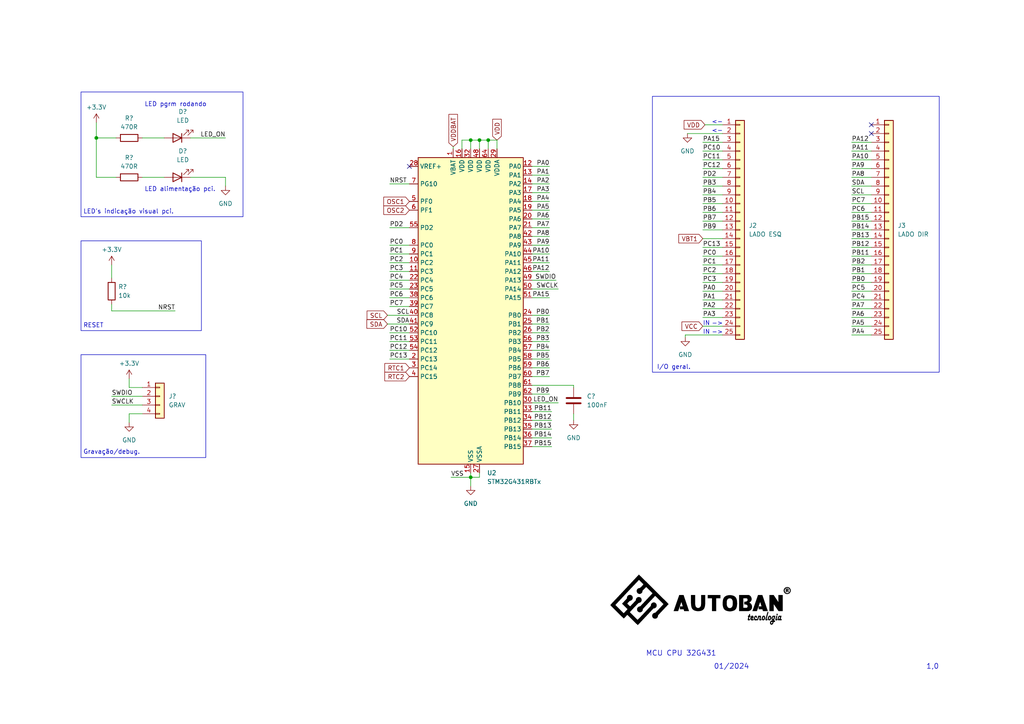
<source format=kicad_sch>
(kicad_sch (version 20230121) (generator eeschema)

  (uuid f065f419-6af7-4a9f-bb91-3533d0d752b8)

  (paper "A4")

  (lib_symbols
    (symbol "Connector_Generic:Conn_01x04" (pin_names (offset 1.016) hide) (in_bom yes) (on_board yes)
      (property "Reference" "J" (at 0 5.08 0)
        (effects (font (size 1.27 1.27)))
      )
      (property "Value" "Conn_01x04" (at 0 -7.62 0)
        (effects (font (size 1.27 1.27)))
      )
      (property "Footprint" "" (at 0 0 0)
        (effects (font (size 1.27 1.27)) hide)
      )
      (property "Datasheet" "~" (at 0 0 0)
        (effects (font (size 1.27 1.27)) hide)
      )
      (property "ki_keywords" "connector" (at 0 0 0)
        (effects (font (size 1.27 1.27)) hide)
      )
      (property "ki_description" "Generic connector, single row, 01x04, script generated (kicad-library-utils/schlib/autogen/connector/)" (at 0 0 0)
        (effects (font (size 1.27 1.27)) hide)
      )
      (property "ki_fp_filters" "Connector*:*_1x??_*" (at 0 0 0)
        (effects (font (size 1.27 1.27)) hide)
      )
      (symbol "Conn_01x04_1_1"
        (rectangle (start -1.27 -4.953) (end 0 -5.207)
          (stroke (width 0.1524) (type default))
          (fill (type none))
        )
        (rectangle (start -1.27 -2.413) (end 0 -2.667)
          (stroke (width 0.1524) (type default))
          (fill (type none))
        )
        (rectangle (start -1.27 0.127) (end 0 -0.127)
          (stroke (width 0.1524) (type default))
          (fill (type none))
        )
        (rectangle (start -1.27 2.667) (end 0 2.413)
          (stroke (width 0.1524) (type default))
          (fill (type none))
        )
        (rectangle (start -1.27 3.81) (end 1.27 -6.35)
          (stroke (width 0.254) (type default))
          (fill (type background))
        )
        (pin passive line (at -5.08 2.54 0) (length 3.81)
          (name "Pin_1" (effects (font (size 1.27 1.27))))
          (number "1" (effects (font (size 1.27 1.27))))
        )
        (pin passive line (at -5.08 0 0) (length 3.81)
          (name "Pin_2" (effects (font (size 1.27 1.27))))
          (number "2" (effects (font (size 1.27 1.27))))
        )
        (pin passive line (at -5.08 -2.54 0) (length 3.81)
          (name "Pin_3" (effects (font (size 1.27 1.27))))
          (number "3" (effects (font (size 1.27 1.27))))
        )
        (pin passive line (at -5.08 -5.08 0) (length 3.81)
          (name "Pin_4" (effects (font (size 1.27 1.27))))
          (number "4" (effects (font (size 1.27 1.27))))
        )
      )
    )
    (symbol "Connector_Generic:Conn_01x25" (pin_names (offset 1.016) hide) (in_bom yes) (on_board yes)
      (property "Reference" "J" (at 0 33.02 0)
        (effects (font (size 1.27 1.27)))
      )
      (property "Value" "Conn_01x25" (at 0 -33.02 0)
        (effects (font (size 1.27 1.27)))
      )
      (property "Footprint" "" (at 0 0 0)
        (effects (font (size 1.27 1.27)) hide)
      )
      (property "Datasheet" "~" (at 0 0 0)
        (effects (font (size 1.27 1.27)) hide)
      )
      (property "ki_keywords" "connector" (at 0 0 0)
        (effects (font (size 1.27 1.27)) hide)
      )
      (property "ki_description" "Generic connector, single row, 01x25, script generated (kicad-library-utils/schlib/autogen/connector/)" (at 0 0 0)
        (effects (font (size 1.27 1.27)) hide)
      )
      (property "ki_fp_filters" "Connector*:*_1x??_*" (at 0 0 0)
        (effects (font (size 1.27 1.27)) hide)
      )
      (symbol "Conn_01x25_1_1"
        (rectangle (start -1.27 -30.353) (end 0 -30.607)
          (stroke (width 0.1524) (type default))
          (fill (type none))
        )
        (rectangle (start -1.27 -27.813) (end 0 -28.067)
          (stroke (width 0.1524) (type default))
          (fill (type none))
        )
        (rectangle (start -1.27 -25.273) (end 0 -25.527)
          (stroke (width 0.1524) (type default))
          (fill (type none))
        )
        (rectangle (start -1.27 -22.733) (end 0 -22.987)
          (stroke (width 0.1524) (type default))
          (fill (type none))
        )
        (rectangle (start -1.27 -20.193) (end 0 -20.447)
          (stroke (width 0.1524) (type default))
          (fill (type none))
        )
        (rectangle (start -1.27 -17.653) (end 0 -17.907)
          (stroke (width 0.1524) (type default))
          (fill (type none))
        )
        (rectangle (start -1.27 -15.113) (end 0 -15.367)
          (stroke (width 0.1524) (type default))
          (fill (type none))
        )
        (rectangle (start -1.27 -12.573) (end 0 -12.827)
          (stroke (width 0.1524) (type default))
          (fill (type none))
        )
        (rectangle (start -1.27 -10.033) (end 0 -10.287)
          (stroke (width 0.1524) (type default))
          (fill (type none))
        )
        (rectangle (start -1.27 -7.493) (end 0 -7.747)
          (stroke (width 0.1524) (type default))
          (fill (type none))
        )
        (rectangle (start -1.27 -4.953) (end 0 -5.207)
          (stroke (width 0.1524) (type default))
          (fill (type none))
        )
        (rectangle (start -1.27 -2.413) (end 0 -2.667)
          (stroke (width 0.1524) (type default))
          (fill (type none))
        )
        (rectangle (start -1.27 0.127) (end 0 -0.127)
          (stroke (width 0.1524) (type default))
          (fill (type none))
        )
        (rectangle (start -1.27 2.667) (end 0 2.413)
          (stroke (width 0.1524) (type default))
          (fill (type none))
        )
        (rectangle (start -1.27 5.207) (end 0 4.953)
          (stroke (width 0.1524) (type default))
          (fill (type none))
        )
        (rectangle (start -1.27 7.747) (end 0 7.493)
          (stroke (width 0.1524) (type default))
          (fill (type none))
        )
        (rectangle (start -1.27 10.287) (end 0 10.033)
          (stroke (width 0.1524) (type default))
          (fill (type none))
        )
        (rectangle (start -1.27 12.827) (end 0 12.573)
          (stroke (width 0.1524) (type default))
          (fill (type none))
        )
        (rectangle (start -1.27 15.367) (end 0 15.113)
          (stroke (width 0.1524) (type default))
          (fill (type none))
        )
        (rectangle (start -1.27 17.907) (end 0 17.653)
          (stroke (width 0.1524) (type default))
          (fill (type none))
        )
        (rectangle (start -1.27 20.447) (end 0 20.193)
          (stroke (width 0.1524) (type default))
          (fill (type none))
        )
        (rectangle (start -1.27 22.987) (end 0 22.733)
          (stroke (width 0.1524) (type default))
          (fill (type none))
        )
        (rectangle (start -1.27 25.527) (end 0 25.273)
          (stroke (width 0.1524) (type default))
          (fill (type none))
        )
        (rectangle (start -1.27 28.067) (end 0 27.813)
          (stroke (width 0.1524) (type default))
          (fill (type none))
        )
        (rectangle (start -1.27 30.607) (end 0 30.353)
          (stroke (width 0.1524) (type default))
          (fill (type none))
        )
        (rectangle (start -1.27 31.75) (end 1.27 -31.75)
          (stroke (width 0.254) (type default))
          (fill (type background))
        )
        (pin passive line (at -5.08 30.48 0) (length 3.81)
          (name "Pin_1" (effects (font (size 1.27 1.27))))
          (number "1" (effects (font (size 1.27 1.27))))
        )
        (pin passive line (at -5.08 7.62 0) (length 3.81)
          (name "Pin_10" (effects (font (size 1.27 1.27))))
          (number "10" (effects (font (size 1.27 1.27))))
        )
        (pin passive line (at -5.08 5.08 0) (length 3.81)
          (name "Pin_11" (effects (font (size 1.27 1.27))))
          (number "11" (effects (font (size 1.27 1.27))))
        )
        (pin passive line (at -5.08 2.54 0) (length 3.81)
          (name "Pin_12" (effects (font (size 1.27 1.27))))
          (number "12" (effects (font (size 1.27 1.27))))
        )
        (pin passive line (at -5.08 0 0) (length 3.81)
          (name "Pin_13" (effects (font (size 1.27 1.27))))
          (number "13" (effects (font (size 1.27 1.27))))
        )
        (pin passive line (at -5.08 -2.54 0) (length 3.81)
          (name "Pin_14" (effects (font (size 1.27 1.27))))
          (number "14" (effects (font (size 1.27 1.27))))
        )
        (pin passive line (at -5.08 -5.08 0) (length 3.81)
          (name "Pin_15" (effects (font (size 1.27 1.27))))
          (number "15" (effects (font (size 1.27 1.27))))
        )
        (pin passive line (at -5.08 -7.62 0) (length 3.81)
          (name "Pin_16" (effects (font (size 1.27 1.27))))
          (number "16" (effects (font (size 1.27 1.27))))
        )
        (pin passive line (at -5.08 -10.16 0) (length 3.81)
          (name "Pin_17" (effects (font (size 1.27 1.27))))
          (number "17" (effects (font (size 1.27 1.27))))
        )
        (pin passive line (at -5.08 -12.7 0) (length 3.81)
          (name "Pin_18" (effects (font (size 1.27 1.27))))
          (number "18" (effects (font (size 1.27 1.27))))
        )
        (pin passive line (at -5.08 -15.24 0) (length 3.81)
          (name "Pin_19" (effects (font (size 1.27 1.27))))
          (number "19" (effects (font (size 1.27 1.27))))
        )
        (pin passive line (at -5.08 27.94 0) (length 3.81)
          (name "Pin_2" (effects (font (size 1.27 1.27))))
          (number "2" (effects (font (size 1.27 1.27))))
        )
        (pin passive line (at -5.08 -17.78 0) (length 3.81)
          (name "Pin_20" (effects (font (size 1.27 1.27))))
          (number "20" (effects (font (size 1.27 1.27))))
        )
        (pin passive line (at -5.08 -20.32 0) (length 3.81)
          (name "Pin_21" (effects (font (size 1.27 1.27))))
          (number "21" (effects (font (size 1.27 1.27))))
        )
        (pin passive line (at -5.08 -22.86 0) (length 3.81)
          (name "Pin_22" (effects (font (size 1.27 1.27))))
          (number "22" (effects (font (size 1.27 1.27))))
        )
        (pin passive line (at -5.08 -25.4 0) (length 3.81)
          (name "Pin_23" (effects (font (size 1.27 1.27))))
          (number "23" (effects (font (size 1.27 1.27))))
        )
        (pin passive line (at -5.08 -27.94 0) (length 3.81)
          (name "Pin_24" (effects (font (size 1.27 1.27))))
          (number "24" (effects (font (size 1.27 1.27))))
        )
        (pin passive line (at -5.08 -30.48 0) (length 3.81)
          (name "Pin_25" (effects (font (size 1.27 1.27))))
          (number "25" (effects (font (size 1.27 1.27))))
        )
        (pin passive line (at -5.08 25.4 0) (length 3.81)
          (name "Pin_3" (effects (font (size 1.27 1.27))))
          (number "3" (effects (font (size 1.27 1.27))))
        )
        (pin passive line (at -5.08 22.86 0) (length 3.81)
          (name "Pin_4" (effects (font (size 1.27 1.27))))
          (number "4" (effects (font (size 1.27 1.27))))
        )
        (pin passive line (at -5.08 20.32 0) (length 3.81)
          (name "Pin_5" (effects (font (size 1.27 1.27))))
          (number "5" (effects (font (size 1.27 1.27))))
        )
        (pin passive line (at -5.08 17.78 0) (length 3.81)
          (name "Pin_6" (effects (font (size 1.27 1.27))))
          (number "6" (effects (font (size 1.27 1.27))))
        )
        (pin passive line (at -5.08 15.24 0) (length 3.81)
          (name "Pin_7" (effects (font (size 1.27 1.27))))
          (number "7" (effects (font (size 1.27 1.27))))
        )
        (pin passive line (at -5.08 12.7 0) (length 3.81)
          (name "Pin_8" (effects (font (size 1.27 1.27))))
          (number "8" (effects (font (size 1.27 1.27))))
        )
        (pin passive line (at -5.08 10.16 0) (length 3.81)
          (name "Pin_9" (effects (font (size 1.27 1.27))))
          (number "9" (effects (font (size 1.27 1.27))))
        )
      )
    )
    (symbol "Device:LED" (pin_numbers hide) (pin_names (offset 1.016) hide) (in_bom yes) (on_board yes)
      (property "Reference" "D" (at 0 2.54 0)
        (effects (font (size 1.27 1.27)))
      )
      (property "Value" "LED" (at 0 -2.54 0)
        (effects (font (size 1.27 1.27)))
      )
      (property "Footprint" "" (at 0 0 0)
        (effects (font (size 1.27 1.27)) hide)
      )
      (property "Datasheet" "~" (at 0 0 0)
        (effects (font (size 1.27 1.27)) hide)
      )
      (property "ki_keywords" "LED diode" (at 0 0 0)
        (effects (font (size 1.27 1.27)) hide)
      )
      (property "ki_description" "Light emitting diode" (at 0 0 0)
        (effects (font (size 1.27 1.27)) hide)
      )
      (property "ki_fp_filters" "LED* LED_SMD:* LED_THT:*" (at 0 0 0)
        (effects (font (size 1.27 1.27)) hide)
      )
      (symbol "LED_0_1"
        (polyline
          (pts
            (xy -1.27 -1.27)
            (xy -1.27 1.27)
          )
          (stroke (width 0.254) (type default))
          (fill (type none))
        )
        (polyline
          (pts
            (xy -1.27 0)
            (xy 1.27 0)
          )
          (stroke (width 0) (type default))
          (fill (type none))
        )
        (polyline
          (pts
            (xy 1.27 -1.27)
            (xy 1.27 1.27)
            (xy -1.27 0)
            (xy 1.27 -1.27)
          )
          (stroke (width 0.254) (type default))
          (fill (type none))
        )
        (polyline
          (pts
            (xy -3.048 -0.762)
            (xy -4.572 -2.286)
            (xy -3.81 -2.286)
            (xy -4.572 -2.286)
            (xy -4.572 -1.524)
          )
          (stroke (width 0) (type default))
          (fill (type none))
        )
        (polyline
          (pts
            (xy -1.778 -0.762)
            (xy -3.302 -2.286)
            (xy -2.54 -2.286)
            (xy -3.302 -2.286)
            (xy -3.302 -1.524)
          )
          (stroke (width 0) (type default))
          (fill (type none))
        )
      )
      (symbol "LED_1_1"
        (pin passive line (at -3.81 0 0) (length 2.54)
          (name "K" (effects (font (size 1.27 1.27))))
          (number "1" (effects (font (size 1.27 1.27))))
        )
        (pin passive line (at 3.81 0 180) (length 2.54)
          (name "A" (effects (font (size 1.27 1.27))))
          (number "2" (effects (font (size 1.27 1.27))))
        )
      )
    )
    (symbol "MCU_ST_STM32G4:STM32G431RBTx" (in_bom yes) (on_board yes)
      (property "Reference" "U" (at -15.24 46.99 0)
        (effects (font (size 1.27 1.27)) (justify left))
      )
      (property "Value" "STM32G431RBTx" (at 10.16 46.99 0)
        (effects (font (size 1.27 1.27)) (justify left))
      )
      (property "Footprint" "Package_QFP:LQFP-64_10x10mm_P0.5mm" (at -15.24 -43.18 0)
        (effects (font (size 1.27 1.27)) (justify right) hide)
      )
      (property "Datasheet" "https://www.st.com/resource/en/datasheet/stm32g431rb.pdf" (at 0 0 0)
        (effects (font (size 1.27 1.27)) hide)
      )
      (property "ki_locked" "" (at 0 0 0)
        (effects (font (size 1.27 1.27)))
      )
      (property "ki_keywords" "Arm Cortex-M4 STM32G4 STM32G4x1" (at 0 0 0)
        (effects (font (size 1.27 1.27)) hide)
      )
      (property "ki_description" "STMicroelectronics Arm Cortex-M4 MCU, 128KB flash, 32KB RAM, 170 MHz, 1.71-3.6V, 52 GPIO, LQFP64" (at 0 0 0)
        (effects (font (size 1.27 1.27)) hide)
      )
      (property "ki_fp_filters" "LQFP*10x10mm*P0.5mm*" (at 0 0 0)
        (effects (font (size 1.27 1.27)) hide)
      )
      (symbol "STM32G431RBTx_0_1"
        (rectangle (start -15.24 -43.18) (end 15.24 45.72)
          (stroke (width 0.254) (type default))
          (fill (type background))
        )
      )
      (symbol "STM32G431RBTx_1_1"
        (pin power_in line (at -5.08 48.26 270) (length 2.54)
          (name "VBAT" (effects (font (size 1.27 1.27))))
          (number "1" (effects (font (size 1.27 1.27))))
        )
        (pin bidirectional line (at -17.78 15.24 0) (length 2.54)
          (name "PC2" (effects (font (size 1.27 1.27))))
          (number "10" (effects (font (size 1.27 1.27))))
          (alternate "ADC1_IN8" bidirectional line)
          (alternate "ADC2_IN8" bidirectional line)
          (alternate "COMP3_OUT" bidirectional line)
          (alternate "LPTIM1_IN2" bidirectional line)
          (alternate "TIM1_CH3" bidirectional line)
        )
        (pin bidirectional line (at -17.78 12.7 0) (length 2.54)
          (name "PC3" (effects (font (size 1.27 1.27))))
          (number "11" (effects (font (size 1.27 1.27))))
          (alternate "ADC1_IN9" bidirectional line)
          (alternate "ADC2_IN9" bidirectional line)
          (alternate "LPTIM1_ETR" bidirectional line)
          (alternate "SAI1_D1" bidirectional line)
          (alternate "SAI1_SD_A" bidirectional line)
          (alternate "TIM1_BKIN2" bidirectional line)
          (alternate "TIM1_CH4" bidirectional line)
        )
        (pin bidirectional line (at 17.78 43.18 180) (length 2.54)
          (name "PA0" (effects (font (size 1.27 1.27))))
          (number "12" (effects (font (size 1.27 1.27))))
          (alternate "ADC1_IN1" bidirectional line)
          (alternate "ADC2_IN1" bidirectional line)
          (alternate "COMP1_INM" bidirectional line)
          (alternate "COMP1_OUT" bidirectional line)
          (alternate "COMP3_INP" bidirectional line)
          (alternate "RTC_TAMP2" bidirectional line)
          (alternate "SYS_WKUP1" bidirectional line)
          (alternate "TIM2_CH1" bidirectional line)
          (alternate "TIM2_ETR" bidirectional line)
          (alternate "TIM8_BKIN" bidirectional line)
          (alternate "TIM8_ETR" bidirectional line)
          (alternate "USART2_CTS" bidirectional line)
          (alternate "USART2_NSS" bidirectional line)
        )
        (pin bidirectional line (at 17.78 40.64 180) (length 2.54)
          (name "PA1" (effects (font (size 1.27 1.27))))
          (number "13" (effects (font (size 1.27 1.27))))
          (alternate "ADC1_IN2" bidirectional line)
          (alternate "ADC2_IN2" bidirectional line)
          (alternate "COMP1_INP" bidirectional line)
          (alternate "OPAMP1_VINP" bidirectional line)
          (alternate "OPAMP1_VINP_SEC" bidirectional line)
          (alternate "OPAMP3_VINP" bidirectional line)
          (alternate "OPAMP3_VINP_SEC" bidirectional line)
          (alternate "RTC_REFIN" bidirectional line)
          (alternate "TIM15_CH1N" bidirectional line)
          (alternate "TIM2_CH2" bidirectional line)
          (alternate "USART2_DE" bidirectional line)
          (alternate "USART2_RTS" bidirectional line)
        )
        (pin bidirectional line (at 17.78 38.1 180) (length 2.54)
          (name "PA2" (effects (font (size 1.27 1.27))))
          (number "14" (effects (font (size 1.27 1.27))))
          (alternate "ADC1_IN3" bidirectional line)
          (alternate "COMP2_INM" bidirectional line)
          (alternate "COMP2_OUT" bidirectional line)
          (alternate "LPUART1_TX" bidirectional line)
          (alternate "OPAMP1_VOUT" bidirectional line)
          (alternate "RCC_LSCO" bidirectional line)
          (alternate "SYS_WKUP4" bidirectional line)
          (alternate "TIM15_CH1" bidirectional line)
          (alternate "TIM2_CH3" bidirectional line)
          (alternate "UCPD1_FRSTX1" bidirectional line)
          (alternate "UCPD1_FRSTX2" bidirectional line)
          (alternate "USART2_TX" bidirectional line)
        )
        (pin power_in line (at 0 -45.72 90) (length 2.54)
          (name "VSS" (effects (font (size 1.27 1.27))))
          (number "15" (effects (font (size 1.27 1.27))))
        )
        (pin power_in line (at -2.54 48.26 270) (length 2.54)
          (name "VDD" (effects (font (size 1.27 1.27))))
          (number "16" (effects (font (size 1.27 1.27))))
        )
        (pin bidirectional line (at 17.78 35.56 180) (length 2.54)
          (name "PA3" (effects (font (size 1.27 1.27))))
          (number "17" (effects (font (size 1.27 1.27))))
          (alternate "ADC1_IN4" bidirectional line)
          (alternate "COMP2_INP" bidirectional line)
          (alternate "LPUART1_RX" bidirectional line)
          (alternate "OPAMP1_VINM" bidirectional line)
          (alternate "OPAMP1_VINM0" bidirectional line)
          (alternate "OPAMP1_VINM_SEC" bidirectional line)
          (alternate "OPAMP1_VINP" bidirectional line)
          (alternate "OPAMP1_VINP_SEC" bidirectional line)
          (alternate "SAI1_CK1" bidirectional line)
          (alternate "SAI1_MCLK_A" bidirectional line)
          (alternate "TIM15_CH2" bidirectional line)
          (alternate "TIM2_CH4" bidirectional line)
          (alternate "USART2_RX" bidirectional line)
        )
        (pin bidirectional line (at 17.78 33.02 180) (length 2.54)
          (name "PA4" (effects (font (size 1.27 1.27))))
          (number "18" (effects (font (size 1.27 1.27))))
          (alternate "ADC2_IN17" bidirectional line)
          (alternate "COMP1_INM" bidirectional line)
          (alternate "DAC1_OUT1" bidirectional line)
          (alternate "I2S3_WS" bidirectional line)
          (alternate "SAI1_FS_B" bidirectional line)
          (alternate "SPI1_NSS" bidirectional line)
          (alternate "SPI3_NSS" bidirectional line)
          (alternate "TIM3_CH2" bidirectional line)
          (alternate "USART2_CK" bidirectional line)
        )
        (pin bidirectional line (at 17.78 30.48 180) (length 2.54)
          (name "PA5" (effects (font (size 1.27 1.27))))
          (number "19" (effects (font (size 1.27 1.27))))
          (alternate "ADC2_IN13" bidirectional line)
          (alternate "COMP2_INM" bidirectional line)
          (alternate "DAC1_OUT2" bidirectional line)
          (alternate "OPAMP2_VINM" bidirectional line)
          (alternate "OPAMP2_VINM0" bidirectional line)
          (alternate "OPAMP2_VINM_SEC" bidirectional line)
          (alternate "SPI1_SCK" bidirectional line)
          (alternate "TIM2_CH1" bidirectional line)
          (alternate "TIM2_ETR" bidirectional line)
          (alternate "UCPD1_FRSTX1" bidirectional line)
          (alternate "UCPD1_FRSTX2" bidirectional line)
        )
        (pin bidirectional line (at -17.78 -12.7 0) (length 2.54)
          (name "PC13" (effects (font (size 1.27 1.27))))
          (number "2" (effects (font (size 1.27 1.27))))
          (alternate "RTC_OUT1" bidirectional line)
          (alternate "RTC_TAMP1" bidirectional line)
          (alternate "RTC_TS" bidirectional line)
          (alternate "SYS_WKUP2" bidirectional line)
          (alternate "TIM1_BKIN" bidirectional line)
          (alternate "TIM1_CH1N" bidirectional line)
          (alternate "TIM8_CH4N" bidirectional line)
        )
        (pin bidirectional line (at 17.78 27.94 180) (length 2.54)
          (name "PA6" (effects (font (size 1.27 1.27))))
          (number "20" (effects (font (size 1.27 1.27))))
          (alternate "ADC2_IN3" bidirectional line)
          (alternate "COMP1_OUT" bidirectional line)
          (alternate "LPUART1_CTS" bidirectional line)
          (alternate "OPAMP2_VOUT" bidirectional line)
          (alternate "SPI1_MISO" bidirectional line)
          (alternate "TIM16_CH1" bidirectional line)
          (alternate "TIM1_BKIN" bidirectional line)
          (alternate "TIM3_CH1" bidirectional line)
          (alternate "TIM8_BKIN" bidirectional line)
        )
        (pin bidirectional line (at 17.78 25.4 180) (length 2.54)
          (name "PA7" (effects (font (size 1.27 1.27))))
          (number "21" (effects (font (size 1.27 1.27))))
          (alternate "ADC2_IN4" bidirectional line)
          (alternate "COMP2_INP" bidirectional line)
          (alternate "COMP2_OUT" bidirectional line)
          (alternate "OPAMP1_VINP" bidirectional line)
          (alternate "OPAMP1_VINP_SEC" bidirectional line)
          (alternate "OPAMP2_VINP" bidirectional line)
          (alternate "OPAMP2_VINP_SEC" bidirectional line)
          (alternate "SPI1_MOSI" bidirectional line)
          (alternate "TIM17_CH1" bidirectional line)
          (alternate "TIM1_CH1N" bidirectional line)
          (alternate "TIM3_CH2" bidirectional line)
          (alternate "TIM8_CH1N" bidirectional line)
          (alternate "UCPD1_FRSTX1" bidirectional line)
          (alternate "UCPD1_FRSTX2" bidirectional line)
        )
        (pin bidirectional line (at -17.78 10.16 0) (length 2.54)
          (name "PC4" (effects (font (size 1.27 1.27))))
          (number "22" (effects (font (size 1.27 1.27))))
          (alternate "ADC2_IN5" bidirectional line)
          (alternate "I2C2_SCL" bidirectional line)
          (alternate "TIM1_ETR" bidirectional line)
          (alternate "USART1_TX" bidirectional line)
        )
        (pin bidirectional line (at -17.78 7.62 0) (length 2.54)
          (name "PC5" (effects (font (size 1.27 1.27))))
          (number "23" (effects (font (size 1.27 1.27))))
          (alternate "ADC2_IN11" bidirectional line)
          (alternate "OPAMP1_VINM" bidirectional line)
          (alternate "OPAMP1_VINM1" bidirectional line)
          (alternate "OPAMP1_VINM_SEC" bidirectional line)
          (alternate "OPAMP2_VINM" bidirectional line)
          (alternate "OPAMP2_VINM1" bidirectional line)
          (alternate "OPAMP2_VINM_SEC" bidirectional line)
          (alternate "SAI1_D3" bidirectional line)
          (alternate "SYS_WKUP5" bidirectional line)
          (alternate "TIM15_BKIN" bidirectional line)
          (alternate "TIM1_CH4N" bidirectional line)
          (alternate "USART1_RX" bidirectional line)
        )
        (pin bidirectional line (at 17.78 0 180) (length 2.54)
          (name "PB0" (effects (font (size 1.27 1.27))))
          (number "24" (effects (font (size 1.27 1.27))))
          (alternate "ADC1_IN15" bidirectional line)
          (alternate "COMP4_INP" bidirectional line)
          (alternate "OPAMP2_VINP" bidirectional line)
          (alternate "OPAMP2_VINP_SEC" bidirectional line)
          (alternate "OPAMP3_VINP" bidirectional line)
          (alternate "OPAMP3_VINP_SEC" bidirectional line)
          (alternate "TIM1_CH2N" bidirectional line)
          (alternate "TIM3_CH3" bidirectional line)
          (alternate "TIM8_CH2N" bidirectional line)
          (alternate "UCPD1_FRSTX1" bidirectional line)
          (alternate "UCPD1_FRSTX2" bidirectional line)
        )
        (pin bidirectional line (at 17.78 -2.54 180) (length 2.54)
          (name "PB1" (effects (font (size 1.27 1.27))))
          (number "25" (effects (font (size 1.27 1.27))))
          (alternate "ADC1_IN12" bidirectional line)
          (alternate "COMP1_INP" bidirectional line)
          (alternate "COMP4_OUT" bidirectional line)
          (alternate "LPUART1_DE" bidirectional line)
          (alternate "LPUART1_RTS" bidirectional line)
          (alternate "OPAMP3_VOUT" bidirectional line)
          (alternate "TIM1_CH3N" bidirectional line)
          (alternate "TIM3_CH4" bidirectional line)
          (alternate "TIM8_CH3N" bidirectional line)
        )
        (pin bidirectional line (at 17.78 -5.08 180) (length 2.54)
          (name "PB2" (effects (font (size 1.27 1.27))))
          (number "26" (effects (font (size 1.27 1.27))))
          (alternate "ADC2_IN12" bidirectional line)
          (alternate "COMP4_INM" bidirectional line)
          (alternate "I2C3_SMBA" bidirectional line)
          (alternate "LPTIM1_OUT" bidirectional line)
          (alternate "OPAMP3_VINM" bidirectional line)
          (alternate "OPAMP3_VINM0" bidirectional line)
          (alternate "OPAMP3_VINM_SEC" bidirectional line)
          (alternate "RTC_OUT2" bidirectional line)
        )
        (pin power_in line (at 2.54 -45.72 90) (length 2.54)
          (name "VSSA" (effects (font (size 1.27 1.27))))
          (number "27" (effects (font (size 1.27 1.27))))
        )
        (pin input line (at -17.78 43.18 0) (length 2.54)
          (name "VREF+" (effects (font (size 1.27 1.27))))
          (number "28" (effects (font (size 1.27 1.27))))
          (alternate "VREFBUF_OUT" bidirectional line)
        )
        (pin power_in line (at 7.62 48.26 270) (length 2.54)
          (name "VDDA" (effects (font (size 1.27 1.27))))
          (number "29" (effects (font (size 1.27 1.27))))
        )
        (pin bidirectional line (at -17.78 -15.24 0) (length 2.54)
          (name "PC14" (effects (font (size 1.27 1.27))))
          (number "3" (effects (font (size 1.27 1.27))))
          (alternate "RCC_OSC32_IN" bidirectional line)
        )
        (pin bidirectional line (at 17.78 -25.4 180) (length 2.54)
          (name "PB10" (effects (font (size 1.27 1.27))))
          (number "30" (effects (font (size 1.27 1.27))))
          (alternate "DAC1_EXTI10" bidirectional line)
          (alternate "DAC3_EXTI10" bidirectional line)
          (alternate "LPUART1_RX" bidirectional line)
          (alternate "OPAMP3_VINM" bidirectional line)
          (alternate "OPAMP3_VINM1" bidirectional line)
          (alternate "OPAMP3_VINM_SEC" bidirectional line)
          (alternate "SAI1_SCK_A" bidirectional line)
          (alternate "TIM1_BKIN" bidirectional line)
          (alternate "TIM2_CH3" bidirectional line)
          (alternate "USART3_TX" bidirectional line)
        )
        (pin passive line (at 0 -45.72 90) (length 2.54) hide
          (name "VSS" (effects (font (size 1.27 1.27))))
          (number "31" (effects (font (size 1.27 1.27))))
        )
        (pin power_in line (at 0 48.26 270) (length 2.54)
          (name "VDD" (effects (font (size 1.27 1.27))))
          (number "32" (effects (font (size 1.27 1.27))))
        )
        (pin bidirectional line (at 17.78 -27.94 180) (length 2.54)
          (name "PB11" (effects (font (size 1.27 1.27))))
          (number "33" (effects (font (size 1.27 1.27))))
          (alternate "ADC1_EXTI11" bidirectional line)
          (alternate "ADC1_IN14" bidirectional line)
          (alternate "ADC2_EXTI11" bidirectional line)
          (alternate "ADC2_IN14" bidirectional line)
          (alternate "LPUART1_TX" bidirectional line)
          (alternate "TIM2_CH4" bidirectional line)
          (alternate "USART3_RX" bidirectional line)
        )
        (pin bidirectional line (at 17.78 -30.48 180) (length 2.54)
          (name "PB12" (effects (font (size 1.27 1.27))))
          (number "34" (effects (font (size 1.27 1.27))))
          (alternate "ADC1_IN11" bidirectional line)
          (alternate "I2C2_SMBA" bidirectional line)
          (alternate "I2S2_WS" bidirectional line)
          (alternate "LPUART1_DE" bidirectional line)
          (alternate "LPUART1_RTS" bidirectional line)
          (alternate "SPI2_NSS" bidirectional line)
          (alternate "TIM1_BKIN" bidirectional line)
          (alternate "USART3_CK" bidirectional line)
        )
        (pin bidirectional line (at 17.78 -33.02 180) (length 2.54)
          (name "PB13" (effects (font (size 1.27 1.27))))
          (number "35" (effects (font (size 1.27 1.27))))
          (alternate "I2S2_CK" bidirectional line)
          (alternate "LPUART1_CTS" bidirectional line)
          (alternate "OPAMP3_VINP" bidirectional line)
          (alternate "OPAMP3_VINP_SEC" bidirectional line)
          (alternate "SPI2_SCK" bidirectional line)
          (alternate "TIM1_CH1N" bidirectional line)
          (alternate "USART3_CTS" bidirectional line)
          (alternate "USART3_NSS" bidirectional line)
        )
        (pin bidirectional line (at 17.78 -35.56 180) (length 2.54)
          (name "PB14" (effects (font (size 1.27 1.27))))
          (number "36" (effects (font (size 1.27 1.27))))
          (alternate "ADC1_IN5" bidirectional line)
          (alternate "COMP4_OUT" bidirectional line)
          (alternate "OPAMP2_VINP" bidirectional line)
          (alternate "OPAMP2_VINP_SEC" bidirectional line)
          (alternate "SPI2_MISO" bidirectional line)
          (alternate "TIM15_CH1" bidirectional line)
          (alternate "TIM1_CH2N" bidirectional line)
          (alternate "USART3_DE" bidirectional line)
          (alternate "USART3_RTS" bidirectional line)
        )
        (pin bidirectional line (at 17.78 -38.1 180) (length 2.54)
          (name "PB15" (effects (font (size 1.27 1.27))))
          (number "37" (effects (font (size 1.27 1.27))))
          (alternate "ADC1_EXTI15" bidirectional line)
          (alternate "ADC2_EXTI15" bidirectional line)
          (alternate "ADC2_IN15" bidirectional line)
          (alternate "COMP3_OUT" bidirectional line)
          (alternate "I2S2_SD" bidirectional line)
          (alternate "RTC_REFIN" bidirectional line)
          (alternate "SPI2_MOSI" bidirectional line)
          (alternate "TIM15_CH1N" bidirectional line)
          (alternate "TIM15_CH2" bidirectional line)
          (alternate "TIM1_CH3N" bidirectional line)
        )
        (pin bidirectional line (at -17.78 5.08 0) (length 2.54)
          (name "PC6" (effects (font (size 1.27 1.27))))
          (number "38" (effects (font (size 1.27 1.27))))
          (alternate "I2S2_MCK" bidirectional line)
          (alternate "TIM3_CH1" bidirectional line)
          (alternate "TIM8_CH1" bidirectional line)
        )
        (pin bidirectional line (at -17.78 2.54 0) (length 2.54)
          (name "PC7" (effects (font (size 1.27 1.27))))
          (number "39" (effects (font (size 1.27 1.27))))
          (alternate "I2S3_MCK" bidirectional line)
          (alternate "TIM3_CH2" bidirectional line)
          (alternate "TIM8_CH2" bidirectional line)
        )
        (pin bidirectional line (at -17.78 -17.78 0) (length 2.54)
          (name "PC15" (effects (font (size 1.27 1.27))))
          (number "4" (effects (font (size 1.27 1.27))))
          (alternate "ADC1_EXTI15" bidirectional line)
          (alternate "ADC2_EXTI15" bidirectional line)
          (alternate "RCC_OSC32_OUT" bidirectional line)
        )
        (pin bidirectional line (at -17.78 0 0) (length 2.54)
          (name "PC8" (effects (font (size 1.27 1.27))))
          (number "40" (effects (font (size 1.27 1.27))))
          (alternate "I2C3_SCL" bidirectional line)
          (alternate "TIM3_CH3" bidirectional line)
          (alternate "TIM8_CH3" bidirectional line)
        )
        (pin bidirectional line (at -17.78 -2.54 0) (length 2.54)
          (name "PC9" (effects (font (size 1.27 1.27))))
          (number "41" (effects (font (size 1.27 1.27))))
          (alternate "DAC1_EXTI9" bidirectional line)
          (alternate "DAC3_EXTI9" bidirectional line)
          (alternate "I2C3_SDA" bidirectional line)
          (alternate "I2S_CKIN" bidirectional line)
          (alternate "TIM3_CH4" bidirectional line)
          (alternate "TIM8_BKIN2" bidirectional line)
          (alternate "TIM8_CH4" bidirectional line)
        )
        (pin bidirectional line (at 17.78 22.86 180) (length 2.54)
          (name "PA8" (effects (font (size 1.27 1.27))))
          (number "42" (effects (font (size 1.27 1.27))))
          (alternate "I2C2_SDA" bidirectional line)
          (alternate "I2C3_SCL" bidirectional line)
          (alternate "I2S2_MCK" bidirectional line)
          (alternate "RCC_MCO" bidirectional line)
          (alternate "SAI1_CK2" bidirectional line)
          (alternate "SAI1_SCK_A" bidirectional line)
          (alternate "TIM1_CH1" bidirectional line)
          (alternate "TIM4_ETR" bidirectional line)
          (alternate "USART1_CK" bidirectional line)
        )
        (pin bidirectional line (at 17.78 20.32 180) (length 2.54)
          (name "PA9" (effects (font (size 1.27 1.27))))
          (number "43" (effects (font (size 1.27 1.27))))
          (alternate "DAC1_EXTI9" bidirectional line)
          (alternate "DAC3_EXTI9" bidirectional line)
          (alternate "I2C2_SCL" bidirectional line)
          (alternate "I2C3_SMBA" bidirectional line)
          (alternate "I2S3_MCK" bidirectional line)
          (alternate "SAI1_FS_A" bidirectional line)
          (alternate "TIM15_BKIN" bidirectional line)
          (alternate "TIM1_CH2" bidirectional line)
          (alternate "TIM2_CH3" bidirectional line)
          (alternate "UCPD1_DBCC1" bidirectional line)
          (alternate "USART1_TX" bidirectional line)
        )
        (pin bidirectional line (at 17.78 17.78 180) (length 2.54)
          (name "PA10" (effects (font (size 1.27 1.27))))
          (number "44" (effects (font (size 1.27 1.27))))
          (alternate "CRS_SYNC" bidirectional line)
          (alternate "DAC1_EXTI10" bidirectional line)
          (alternate "DAC3_EXTI10" bidirectional line)
          (alternate "I2C2_SMBA" bidirectional line)
          (alternate "SAI1_D1" bidirectional line)
          (alternate "SAI1_SD_A" bidirectional line)
          (alternate "SPI2_MISO" bidirectional line)
          (alternate "TIM17_BKIN" bidirectional line)
          (alternate "TIM1_CH3" bidirectional line)
          (alternate "TIM2_CH4" bidirectional line)
          (alternate "TIM8_BKIN" bidirectional line)
          (alternate "UCPD1_DBCC2" bidirectional line)
          (alternate "USART1_RX" bidirectional line)
        )
        (pin bidirectional line (at 17.78 15.24 180) (length 2.54)
          (name "PA11" (effects (font (size 1.27 1.27))))
          (number "45" (effects (font (size 1.27 1.27))))
          (alternate "ADC1_EXTI11" bidirectional line)
          (alternate "ADC2_EXTI11" bidirectional line)
          (alternate "COMP1_OUT" bidirectional line)
          (alternate "FDCAN1_RX" bidirectional line)
          (alternate "I2S2_SD" bidirectional line)
          (alternate "SPI2_MOSI" bidirectional line)
          (alternate "TIM1_BKIN2" bidirectional line)
          (alternate "TIM1_CH1N" bidirectional line)
          (alternate "TIM1_CH4" bidirectional line)
          (alternate "TIM4_CH1" bidirectional line)
          (alternate "USART1_CTS" bidirectional line)
          (alternate "USART1_NSS" bidirectional line)
          (alternate "USB_DM" bidirectional line)
        )
        (pin bidirectional line (at 17.78 12.7 180) (length 2.54)
          (name "PA12" (effects (font (size 1.27 1.27))))
          (number "46" (effects (font (size 1.27 1.27))))
          (alternate "COMP2_OUT" bidirectional line)
          (alternate "FDCAN1_TX" bidirectional line)
          (alternate "I2S_CKIN" bidirectional line)
          (alternate "TIM16_CH1" bidirectional line)
          (alternate "TIM1_CH2N" bidirectional line)
          (alternate "TIM1_ETR" bidirectional line)
          (alternate "TIM4_CH2" bidirectional line)
          (alternate "USART1_DE" bidirectional line)
          (alternate "USART1_RTS" bidirectional line)
          (alternate "USB_DP" bidirectional line)
        )
        (pin passive line (at 0 -45.72 90) (length 2.54) hide
          (name "VSS" (effects (font (size 1.27 1.27))))
          (number "47" (effects (font (size 1.27 1.27))))
        )
        (pin power_in line (at 2.54 48.26 270) (length 2.54)
          (name "VDD" (effects (font (size 1.27 1.27))))
          (number "48" (effects (font (size 1.27 1.27))))
        )
        (pin bidirectional line (at 17.78 10.16 180) (length 2.54)
          (name "PA13" (effects (font (size 1.27 1.27))))
          (number "49" (effects (font (size 1.27 1.27))))
          (alternate "I2C1_SCL" bidirectional line)
          (alternate "IR_OUT" bidirectional line)
          (alternate "SAI1_SD_B" bidirectional line)
          (alternate "SYS_JTMS-SWDIO" bidirectional line)
          (alternate "TIM16_CH1N" bidirectional line)
          (alternate "TIM4_CH3" bidirectional line)
          (alternate "USART3_CTS" bidirectional line)
          (alternate "USART3_NSS" bidirectional line)
        )
        (pin bidirectional line (at -17.78 33.02 0) (length 2.54)
          (name "PF0" (effects (font (size 1.27 1.27))))
          (number "5" (effects (font (size 1.27 1.27))))
          (alternate "ADC1_IN10" bidirectional line)
          (alternate "I2C2_SDA" bidirectional line)
          (alternate "I2S2_WS" bidirectional line)
          (alternate "RCC_OSC_IN" bidirectional line)
          (alternate "SPI2_NSS" bidirectional line)
          (alternate "TIM1_CH3N" bidirectional line)
        )
        (pin bidirectional line (at 17.78 7.62 180) (length 2.54)
          (name "PA14" (effects (font (size 1.27 1.27))))
          (number "50" (effects (font (size 1.27 1.27))))
          (alternate "I2C1_SDA" bidirectional line)
          (alternate "LPTIM1_OUT" bidirectional line)
          (alternate "SAI1_FS_B" bidirectional line)
          (alternate "SYS_JTCK-SWCLK" bidirectional line)
          (alternate "TIM1_BKIN" bidirectional line)
          (alternate "TIM8_CH2" bidirectional line)
          (alternate "USART2_TX" bidirectional line)
        )
        (pin bidirectional line (at 17.78 5.08 180) (length 2.54)
          (name "PA15" (effects (font (size 1.27 1.27))))
          (number "51" (effects (font (size 1.27 1.27))))
          (alternate "ADC1_EXTI15" bidirectional line)
          (alternate "ADC2_EXTI15" bidirectional line)
          (alternate "I2C1_SCL" bidirectional line)
          (alternate "I2S3_WS" bidirectional line)
          (alternate "SPI1_NSS" bidirectional line)
          (alternate "SPI3_NSS" bidirectional line)
          (alternate "SYS_JTDI" bidirectional line)
          (alternate "TIM1_BKIN" bidirectional line)
          (alternate "TIM2_CH1" bidirectional line)
          (alternate "TIM2_ETR" bidirectional line)
          (alternate "TIM8_CH1" bidirectional line)
          (alternate "UART4_DE" bidirectional line)
          (alternate "UART4_RTS" bidirectional line)
          (alternate "USART2_RX" bidirectional line)
        )
        (pin bidirectional line (at -17.78 -5.08 0) (length 2.54)
          (name "PC10" (effects (font (size 1.27 1.27))))
          (number "52" (effects (font (size 1.27 1.27))))
          (alternate "DAC1_EXTI10" bidirectional line)
          (alternate "DAC3_EXTI10" bidirectional line)
          (alternate "I2S3_CK" bidirectional line)
          (alternate "SPI3_SCK" bidirectional line)
          (alternate "TIM8_CH1N" bidirectional line)
          (alternate "UART4_TX" bidirectional line)
          (alternate "USART3_TX" bidirectional line)
        )
        (pin bidirectional line (at -17.78 -7.62 0) (length 2.54)
          (name "PC11" (effects (font (size 1.27 1.27))))
          (number "53" (effects (font (size 1.27 1.27))))
          (alternate "ADC1_EXTI11" bidirectional line)
          (alternate "ADC2_EXTI11" bidirectional line)
          (alternate "I2C3_SDA" bidirectional line)
          (alternate "SPI3_MISO" bidirectional line)
          (alternate "TIM8_CH2N" bidirectional line)
          (alternate "UART4_RX" bidirectional line)
          (alternate "USART3_RX" bidirectional line)
        )
        (pin bidirectional line (at -17.78 -10.16 0) (length 2.54)
          (name "PC12" (effects (font (size 1.27 1.27))))
          (number "54" (effects (font (size 1.27 1.27))))
          (alternate "I2S3_SD" bidirectional line)
          (alternate "SPI3_MOSI" bidirectional line)
          (alternate "TIM8_CH3N" bidirectional line)
          (alternate "UCPD1_FRSTX1" bidirectional line)
          (alternate "UCPD1_FRSTX2" bidirectional line)
          (alternate "USART3_CK" bidirectional line)
        )
        (pin bidirectional line (at -17.78 25.4 0) (length 2.54)
          (name "PD2" (effects (font (size 1.27 1.27))))
          (number "55" (effects (font (size 1.27 1.27))))
          (alternate "TIM3_ETR" bidirectional line)
          (alternate "TIM8_BKIN" bidirectional line)
        )
        (pin bidirectional line (at 17.78 -7.62 180) (length 2.54)
          (name "PB3" (effects (font (size 1.27 1.27))))
          (number "56" (effects (font (size 1.27 1.27))))
          (alternate "CRS_SYNC" bidirectional line)
          (alternate "I2S3_CK" bidirectional line)
          (alternate "SAI1_SCK_B" bidirectional line)
          (alternate "SPI1_SCK" bidirectional line)
          (alternate "SPI3_SCK" bidirectional line)
          (alternate "SYS_JTDO-SWO" bidirectional line)
          (alternate "TIM2_CH2" bidirectional line)
          (alternate "TIM3_ETR" bidirectional line)
          (alternate "TIM4_ETR" bidirectional line)
          (alternate "TIM8_CH1N" bidirectional line)
          (alternate "USART2_TX" bidirectional line)
        )
        (pin bidirectional line (at 17.78 -10.16 180) (length 2.54)
          (name "PB4" (effects (font (size 1.27 1.27))))
          (number "57" (effects (font (size 1.27 1.27))))
          (alternate "SAI1_MCLK_B" bidirectional line)
          (alternate "SPI1_MISO" bidirectional line)
          (alternate "SPI3_MISO" bidirectional line)
          (alternate "SYS_JTRST" bidirectional line)
          (alternate "TIM16_CH1" bidirectional line)
          (alternate "TIM17_BKIN" bidirectional line)
          (alternate "TIM3_CH1" bidirectional line)
          (alternate "TIM8_CH2N" bidirectional line)
          (alternate "UCPD1_CC2" bidirectional line)
          (alternate "USART2_RX" bidirectional line)
        )
        (pin bidirectional line (at 17.78 -12.7 180) (length 2.54)
          (name "PB5" (effects (font (size 1.27 1.27))))
          (number "58" (effects (font (size 1.27 1.27))))
          (alternate "I2C1_SMBA" bidirectional line)
          (alternate "I2C3_SDA" bidirectional line)
          (alternate "I2S3_SD" bidirectional line)
          (alternate "LPTIM1_IN1" bidirectional line)
          (alternate "SAI1_SD_B" bidirectional line)
          (alternate "SPI1_MOSI" bidirectional line)
          (alternate "SPI3_MOSI" bidirectional line)
          (alternate "TIM16_BKIN" bidirectional line)
          (alternate "TIM17_CH1" bidirectional line)
          (alternate "TIM3_CH2" bidirectional line)
          (alternate "TIM8_CH3N" bidirectional line)
          (alternate "USART2_CK" bidirectional line)
        )
        (pin bidirectional line (at 17.78 -15.24 180) (length 2.54)
          (name "PB6" (effects (font (size 1.27 1.27))))
          (number "59" (effects (font (size 1.27 1.27))))
          (alternate "COMP4_OUT" bidirectional line)
          (alternate "LPTIM1_ETR" bidirectional line)
          (alternate "SAI1_FS_B" bidirectional line)
          (alternate "TIM16_CH1N" bidirectional line)
          (alternate "TIM4_CH1" bidirectional line)
          (alternate "TIM8_BKIN2" bidirectional line)
          (alternate "TIM8_CH1" bidirectional line)
          (alternate "TIM8_ETR" bidirectional line)
          (alternate "UCPD1_CC1" bidirectional line)
          (alternate "USART1_TX" bidirectional line)
        )
        (pin bidirectional line (at -17.78 30.48 0) (length 2.54)
          (name "PF1" (effects (font (size 1.27 1.27))))
          (number "6" (effects (font (size 1.27 1.27))))
          (alternate "ADC2_IN10" bidirectional line)
          (alternate "COMP3_INM" bidirectional line)
          (alternate "I2S2_CK" bidirectional line)
          (alternate "RCC_OSC_OUT" bidirectional line)
          (alternate "SPI2_SCK" bidirectional line)
        )
        (pin bidirectional line (at 17.78 -17.78 180) (length 2.54)
          (name "PB7" (effects (font (size 1.27 1.27))))
          (number "60" (effects (font (size 1.27 1.27))))
          (alternate "COMP3_OUT" bidirectional line)
          (alternate "I2C1_SDA" bidirectional line)
          (alternate "LPTIM1_IN2" bidirectional line)
          (alternate "SYS_PVD_IN" bidirectional line)
          (alternate "TIM17_CH1N" bidirectional line)
          (alternate "TIM3_CH4" bidirectional line)
          (alternate "TIM4_CH2" bidirectional line)
          (alternate "TIM8_BKIN" bidirectional line)
          (alternate "UART4_CTS" bidirectional line)
          (alternate "USART1_RX" bidirectional line)
        )
        (pin bidirectional line (at 17.78 -20.32 180) (length 2.54)
          (name "PB8" (effects (font (size 1.27 1.27))))
          (number "61" (effects (font (size 1.27 1.27))))
          (alternate "COMP1_OUT" bidirectional line)
          (alternate "FDCAN1_RX" bidirectional line)
          (alternate "I2C1_SCL" bidirectional line)
          (alternate "SAI1_CK1" bidirectional line)
          (alternate "SAI1_MCLK_A" bidirectional line)
          (alternate "TIM16_CH1" bidirectional line)
          (alternate "TIM1_BKIN" bidirectional line)
          (alternate "TIM4_CH3" bidirectional line)
          (alternate "TIM8_CH2" bidirectional line)
          (alternate "USART3_RX" bidirectional line)
        )
        (pin bidirectional line (at 17.78 -22.86 180) (length 2.54)
          (name "PB9" (effects (font (size 1.27 1.27))))
          (number "62" (effects (font (size 1.27 1.27))))
          (alternate "COMP2_OUT" bidirectional line)
          (alternate "DAC1_EXTI9" bidirectional line)
          (alternate "DAC3_EXTI9" bidirectional line)
          (alternate "FDCAN1_TX" bidirectional line)
          (alternate "I2C1_SDA" bidirectional line)
          (alternate "IR_OUT" bidirectional line)
          (alternate "SAI1_D2" bidirectional line)
          (alternate "SAI1_FS_A" bidirectional line)
          (alternate "TIM17_CH1" bidirectional line)
          (alternate "TIM1_CH3N" bidirectional line)
          (alternate "TIM4_CH4" bidirectional line)
          (alternate "TIM8_CH3" bidirectional line)
          (alternate "USART3_TX" bidirectional line)
        )
        (pin passive line (at 0 -45.72 90) (length 2.54) hide
          (name "VSS" (effects (font (size 1.27 1.27))))
          (number "63" (effects (font (size 1.27 1.27))))
        )
        (pin power_in line (at 5.08 48.26 270) (length 2.54)
          (name "VDD" (effects (font (size 1.27 1.27))))
          (number "64" (effects (font (size 1.27 1.27))))
        )
        (pin bidirectional line (at -17.78 38.1 0) (length 2.54)
          (name "PG10" (effects (font (size 1.27 1.27))))
          (number "7" (effects (font (size 1.27 1.27))))
          (alternate "DAC1_EXTI10" bidirectional line)
          (alternate "DAC3_EXTI10" bidirectional line)
          (alternate "RCC_MCO" bidirectional line)
        )
        (pin bidirectional line (at -17.78 20.32 0) (length 2.54)
          (name "PC0" (effects (font (size 1.27 1.27))))
          (number "8" (effects (font (size 1.27 1.27))))
          (alternate "ADC1_IN6" bidirectional line)
          (alternate "ADC2_IN6" bidirectional line)
          (alternate "COMP3_INM" bidirectional line)
          (alternate "LPTIM1_IN1" bidirectional line)
          (alternate "LPUART1_RX" bidirectional line)
          (alternate "TIM1_CH1" bidirectional line)
        )
        (pin bidirectional line (at -17.78 17.78 0) (length 2.54)
          (name "PC1" (effects (font (size 1.27 1.27))))
          (number "9" (effects (font (size 1.27 1.27))))
          (alternate "ADC1_IN7" bidirectional line)
          (alternate "ADC2_IN7" bidirectional line)
          (alternate "COMP3_INP" bidirectional line)
          (alternate "LPTIM1_OUT" bidirectional line)
          (alternate "LPUART1_TX" bidirectional line)
          (alternate "SAI1_SD_A" bidirectional line)
          (alternate "TIM1_CH2" bidirectional line)
        )
      )
    )
    (symbol "PCM_Capacitor_AKL:C_0805" (pin_numbers hide) (pin_names (offset 0.254)) (in_bom yes) (on_board yes)
      (property "Reference" "C" (at 0.635 2.54 0)
        (effects (font (size 1.27 1.27)) (justify left))
      )
      (property "Value" "C_0805" (at 0.635 -2.54 0)
        (effects (font (size 1.27 1.27)) (justify left))
      )
      (property "Footprint" "Capacitor_SMD_AKL:C_0805_2012Metric" (at 0.9652 -3.81 0)
        (effects (font (size 1.27 1.27)) hide)
      )
      (property "Datasheet" "~" (at 0 0 0)
        (effects (font (size 1.27 1.27)) hide)
      )
      (property "ki_keywords" "cap capacitor ceramic chip mlcc smd 0805" (at 0 0 0)
        (effects (font (size 1.27 1.27)) hide)
      )
      (property "ki_description" "SMD 0805 MLCC capacitor, Alternate KiCad Library" (at 0 0 0)
        (effects (font (size 1.27 1.27)) hide)
      )
      (property "ki_fp_filters" "C_*" (at 0 0 0)
        (effects (font (size 1.27 1.27)) hide)
      )
      (symbol "C_0805_0_1"
        (polyline
          (pts
            (xy -2.032 -0.762)
            (xy 2.032 -0.762)
          )
          (stroke (width 0.508) (type default))
          (fill (type none))
        )
        (polyline
          (pts
            (xy -2.032 0.762)
            (xy 2.032 0.762)
          )
          (stroke (width 0.508) (type default))
          (fill (type none))
        )
      )
      (symbol "C_0805_1_1"
        (pin passive line (at 0 3.81 270) (length 2.794)
          (name "~" (effects (font (size 1.27 1.27))))
          (number "1" (effects (font (size 1.27 1.27))))
        )
        (pin passive line (at 0 -3.81 90) (length 2.794)
          (name "~" (effects (font (size 1.27 1.27))))
          (number "2" (effects (font (size 1.27 1.27))))
        )
      )
    )
    (symbol "PCM_Resistor_AKL:R_0805" (pin_numbers hide) (pin_names (offset 0)) (in_bom yes) (on_board yes)
      (property "Reference" "R" (at 2.54 1.27 0)
        (effects (font (size 1.27 1.27)) (justify left))
      )
      (property "Value" "R_0805" (at 2.54 -1.27 0)
        (effects (font (size 1.27 1.27)) (justify left))
      )
      (property "Footprint" "Resistor_SMD_AKL:R_0805_2012Metric" (at 0 -11.43 0)
        (effects (font (size 1.27 1.27)) hide)
      )
      (property "Datasheet" "~" (at 0 0 0)
        (effects (font (size 1.27 1.27)) hide)
      )
      (property "ki_keywords" "R res resistor eu  smd 0805" (at 0 0 0)
        (effects (font (size 1.27 1.27)) hide)
      )
      (property "ki_description" "SMD 0805 Chip Resistor, European Symbol, Alternate KiCad Library" (at 0 0 0)
        (effects (font (size 1.27 1.27)) hide)
      )
      (property "ki_fp_filters" "R_*" (at 0 0 0)
        (effects (font (size 1.27 1.27)) hide)
      )
      (symbol "R_0805_0_1"
        (rectangle (start -1.016 -2.54) (end 1.016 2.54)
          (stroke (width 0.254) (type default))
          (fill (type none))
        )
      )
      (symbol "R_0805_1_1"
        (pin passive line (at 0 3.81 270) (length 1.27)
          (name "~" (effects (font (size 1.27 1.27))))
          (number "1" (effects (font (size 1.27 1.27))))
        )
        (pin passive line (at 0 -3.81 90) (length 1.27)
          (name "~" (effects (font (size 1.27 1.27))))
          (number "2" (effects (font (size 1.27 1.27))))
        )
      )
    )
    (symbol "power:+3.3V" (power) (pin_names (offset 0)) (in_bom yes) (on_board yes)
      (property "Reference" "#PWR" (at 0 -3.81 0)
        (effects (font (size 1.27 1.27)) hide)
      )
      (property "Value" "+3.3V" (at 0 3.556 0)
        (effects (font (size 1.27 1.27)))
      )
      (property "Footprint" "" (at 0 0 0)
        (effects (font (size 1.27 1.27)) hide)
      )
      (property "Datasheet" "" (at 0 0 0)
        (effects (font (size 1.27 1.27)) hide)
      )
      (property "ki_keywords" "global power" (at 0 0 0)
        (effects (font (size 1.27 1.27)) hide)
      )
      (property "ki_description" "Power symbol creates a global label with name \"+3.3V\"" (at 0 0 0)
        (effects (font (size 1.27 1.27)) hide)
      )
      (symbol "+3.3V_0_1"
        (polyline
          (pts
            (xy -0.762 1.27)
            (xy 0 2.54)
          )
          (stroke (width 0) (type default))
          (fill (type none))
        )
        (polyline
          (pts
            (xy 0 0)
            (xy 0 2.54)
          )
          (stroke (width 0) (type default))
          (fill (type none))
        )
        (polyline
          (pts
            (xy 0 2.54)
            (xy 0.762 1.27)
          )
          (stroke (width 0) (type default))
          (fill (type none))
        )
      )
      (symbol "+3.3V_1_1"
        (pin power_in line (at 0 0 90) (length 0) hide
          (name "+3.3V" (effects (font (size 1.27 1.27))))
          (number "1" (effects (font (size 1.27 1.27))))
        )
      )
    )
    (symbol "power:GND" (power) (pin_names (offset 0)) (in_bom yes) (on_board yes)
      (property "Reference" "#PWR" (at 0 -6.35 0)
        (effects (font (size 1.27 1.27)) hide)
      )
      (property "Value" "GND" (at 0 -3.81 0)
        (effects (font (size 1.27 1.27)))
      )
      (property "Footprint" "" (at 0 0 0)
        (effects (font (size 1.27 1.27)) hide)
      )
      (property "Datasheet" "" (at 0 0 0)
        (effects (font (size 1.27 1.27)) hide)
      )
      (property "ki_keywords" "global power" (at 0 0 0)
        (effects (font (size 1.27 1.27)) hide)
      )
      (property "ki_description" "Power symbol creates a global label with name \"GND\" , ground" (at 0 0 0)
        (effects (font (size 1.27 1.27)) hide)
      )
      (symbol "GND_0_1"
        (polyline
          (pts
            (xy 0 0)
            (xy 0 -1.27)
            (xy 1.27 -1.27)
            (xy 0 -2.54)
            (xy -1.27 -1.27)
            (xy 0 -1.27)
          )
          (stroke (width 0) (type default))
          (fill (type none))
        )
      )
      (symbol "GND_1_1"
        (pin power_in line (at 0 0 270) (length 0) hide
          (name "GND" (effects (font (size 1.27 1.27))))
          (number "1" (effects (font (size 1.27 1.27))))
        )
      )
    )
  )

  (junction (at 136.525 40.64) (diameter 0) (color 0 0 0 0)
    (uuid 02b98e44-dee9-4cc1-8091-0fad909614fb)
  )
  (junction (at 141.605 40.64) (diameter 0) (color 0 0 0 0)
    (uuid 06d29ef8-34af-447e-b49b-fff1b1da8dd9)
  )
  (junction (at 27.94 40.005) (diameter 0) (color 0 0 0 0)
    (uuid 206f2373-9885-4dd0-b962-f0ec7bfd6cf1)
  )
  (junction (at 139.065 40.64) (diameter 0) (color 0 0 0 0)
    (uuid b1f2cbd0-1554-455c-8005-1e8e399411c3)
  )
  (junction (at 136.525 138.43) (diameter 0) (color 0 0 0 0)
    (uuid cef959a4-e268-4112-a6b7-f15c35fd76f9)
  )

  (no_connect (at 252.73 38.735) (uuid 102f7029-c8a9-4912-8454-03b5f9bc63d7))
  (no_connect (at 118.745 48.26) (uuid 49b90943-d0f7-4546-be98-a25079af8304))
  (no_connect (at 252.73 36.195) (uuid c0f9ecd3-75ca-42f3-a6cb-cb34a9a580b8))

  (wire (pts (xy 141.605 40.64) (xy 144.145 40.64))
    (stroke (width 0) (type default))
    (uuid 029e07d0-6ef7-4a0d-9934-7d2b18be820e)
  )
  (wire (pts (xy 203.835 86.995) (xy 209.55 86.995))
    (stroke (width 0) (type default))
    (uuid 047e79cd-087f-4de7-a8cc-4252c96b4687)
  )
  (wire (pts (xy 247.015 81.915) (xy 252.73 81.915))
    (stroke (width 0) (type default))
    (uuid 06692f0e-56c3-4415-9aa4-96be3d4682ff)
  )
  (wire (pts (xy 166.37 111.76) (xy 166.37 112.395))
    (stroke (width 0) (type default))
    (uuid 067de57f-ee09-47f1-97ea-3644fcbfebdf)
  )
  (wire (pts (xy 247.015 94.615) (xy 252.73 94.615))
    (stroke (width 0) (type default))
    (uuid 07c2bc3c-73b3-46cd-8ca5-e4d8d6bce547)
  )
  (wire (pts (xy 112.395 91.44) (xy 118.745 91.44))
    (stroke (width 0) (type default))
    (uuid 09ff0061-a573-4dfb-8298-07523af0fb04)
  )
  (wire (pts (xy 247.015 71.755) (xy 252.73 71.755))
    (stroke (width 0) (type default))
    (uuid 0a91bbf5-9dd6-46bd-b608-07b2b1d9c51e)
  )
  (wire (pts (xy 198.755 97.155) (xy 198.755 97.79))
    (stroke (width 0) (type default))
    (uuid 0c3aac6b-8fc3-4bbf-8013-51acda089372)
  )
  (wire (pts (xy 154.305 83.82) (xy 161.925 83.82))
    (stroke (width 0) (type default))
    (uuid 100bb96f-b0d6-4bd6-8ebb-c831bbab25cd)
  )
  (wire (pts (xy 203.835 53.975) (xy 209.55 53.975))
    (stroke (width 0) (type default))
    (uuid 108773f2-71d6-4752-a8cc-b10746110dd1)
  )
  (wire (pts (xy 203.835 41.275) (xy 209.55 41.275))
    (stroke (width 0) (type default))
    (uuid 113ba152-b5e1-4bf8-a92d-5cf557e950e8)
  )
  (wire (pts (xy 247.015 74.295) (xy 252.73 74.295))
    (stroke (width 0) (type default))
    (uuid 12004f65-0955-4b73-a893-3928d096705c)
  )
  (wire (pts (xy 160.02 124.46) (xy 154.305 124.46))
    (stroke (width 0) (type default))
    (uuid 1933f899-ee89-4503-a4a8-74da398f711c)
  )
  (wire (pts (xy 32.385 76.835) (xy 32.385 80.645))
    (stroke (width 0) (type default))
    (uuid 1978cb19-fb07-4cff-a8c2-3e2922f47b35)
  )
  (wire (pts (xy 159.385 60.96) (xy 154.305 60.96))
    (stroke (width 0) (type default))
    (uuid 19e67b08-6103-4480-8bd6-338800c06e76)
  )
  (wire (pts (xy 131.445 43.18) (xy 131.445 42.545))
    (stroke (width 0) (type default))
    (uuid 1dbe29e3-3ba2-416b-9f3c-decd32d1ca20)
  )
  (wire (pts (xy 113.03 96.52) (xy 118.745 96.52))
    (stroke (width 0) (type default))
    (uuid 20270150-6c78-40d6-bad6-f37833ba3796)
  )
  (wire (pts (xy 203.835 48.895) (xy 209.55 48.895))
    (stroke (width 0) (type default))
    (uuid 23926787-f2e7-4818-9b6e-bab764075141)
  )
  (wire (pts (xy 27.94 40.005) (xy 27.94 51.435))
    (stroke (width 0) (type default))
    (uuid 23a0e510-743b-42d5-8a15-041548d39ed9)
  )
  (wire (pts (xy 247.015 46.355) (xy 252.73 46.355))
    (stroke (width 0) (type default))
    (uuid 26bcdeae-7da4-4251-b053-280642dabb27)
  )
  (wire (pts (xy 113.03 83.82) (xy 118.745 83.82))
    (stroke (width 0) (type default))
    (uuid 2dd4d84d-03a6-4b00-9d0d-5c23afe6aa3c)
  )
  (wire (pts (xy 139.065 40.64) (xy 139.065 43.18))
    (stroke (width 0) (type default))
    (uuid 3174720d-12a4-4a9e-84c8-d982ab141fe0)
  )
  (wire (pts (xy 27.94 40.005) (xy 33.655 40.005))
    (stroke (width 0) (type default))
    (uuid 34ac4e10-9ddd-4e98-8790-00b15354b486)
  )
  (wire (pts (xy 203.835 69.215) (xy 209.55 69.215))
    (stroke (width 0) (type default))
    (uuid 34d089bb-4831-440a-a340-f60ecdc99796)
  )
  (wire (pts (xy 159.385 76.2) (xy 154.305 76.2))
    (stroke (width 0) (type default))
    (uuid 38dd637a-a208-4d61-bc24-f3d13b238587)
  )
  (wire (pts (xy 154.305 106.68) (xy 159.385 106.68))
    (stroke (width 0) (type default))
    (uuid 3b592519-b27d-4d78-9222-9facd8a617e2)
  )
  (wire (pts (xy 247.015 59.055) (xy 252.73 59.055))
    (stroke (width 0) (type default))
    (uuid 3dde6f07-cfba-445f-b7e9-f376cc7bf27c)
  )
  (wire (pts (xy 203.835 66.675) (xy 209.55 66.675))
    (stroke (width 0) (type default))
    (uuid 3f135f5c-4048-48a3-8e27-5b902f3be8db)
  )
  (wire (pts (xy 247.015 89.535) (xy 252.73 89.535))
    (stroke (width 0) (type default))
    (uuid 43948542-4b9c-4417-9388-52ad5f680683)
  )
  (wire (pts (xy 113.03 73.66) (xy 118.745 73.66))
    (stroke (width 0) (type default))
    (uuid 43fdb4ef-90f3-4db0-bc54-d217e4f4a586)
  )
  (wire (pts (xy 32.385 117.475) (xy 41.275 117.475))
    (stroke (width 0) (type default))
    (uuid 4483ac83-a862-4146-a2a4-897b38a31dec)
  )
  (wire (pts (xy 160.02 127) (xy 154.305 127))
    (stroke (width 0) (type default))
    (uuid 4bc58546-63cd-465b-92a0-ea6449788345)
  )
  (wire (pts (xy 247.015 69.215) (xy 252.73 69.215))
    (stroke (width 0) (type default))
    (uuid 52f5135b-8f17-4261-a7de-fc4767dde963)
  )
  (wire (pts (xy 247.015 41.275) (xy 252.73 41.275))
    (stroke (width 0) (type default))
    (uuid 5d954924-0795-4f71-a996-f565d70b2c78)
  )
  (wire (pts (xy 136.525 138.43) (xy 139.065 138.43))
    (stroke (width 0) (type default))
    (uuid 5f1548ee-105e-4850-b580-1496018fb3be)
  )
  (wire (pts (xy 154.305 109.22) (xy 159.385 109.22))
    (stroke (width 0) (type default))
    (uuid 5f45a3f4-c60b-42e5-8c4c-a38b55245f70)
  )
  (wire (pts (xy 247.015 84.455) (xy 252.73 84.455))
    (stroke (width 0) (type default))
    (uuid 61b6b358-3bf8-44dc-ac0f-73aa831c7da8)
  )
  (wire (pts (xy 247.015 53.975) (xy 252.73 53.975))
    (stroke (width 0) (type default))
    (uuid 65a2cfda-be35-49d8-bd3b-e8f8a858199d)
  )
  (wire (pts (xy 159.385 93.98) (xy 154.305 93.98))
    (stroke (width 0) (type default))
    (uuid 66294a3b-ca18-4862-8091-996e32e00db2)
  )
  (wire (pts (xy 133.985 40.64) (xy 136.525 40.64))
    (stroke (width 0) (type default))
    (uuid 66a0bc72-2194-435c-a050-c33b39471572)
  )
  (wire (pts (xy 160.02 119.38) (xy 154.305 119.38))
    (stroke (width 0) (type default))
    (uuid 69013499-2761-4dcf-afc4-3aca180f58a8)
  )
  (wire (pts (xy 113.03 104.14) (xy 118.745 104.14))
    (stroke (width 0) (type default))
    (uuid 69f9c6fe-a737-4490-b131-db94c71ec011)
  )
  (wire (pts (xy 154.305 99.06) (xy 159.385 99.06))
    (stroke (width 0) (type default))
    (uuid 6e08b039-92d3-40ad-9b99-2c56eef7dd8e)
  )
  (wire (pts (xy 154.305 104.14) (xy 159.385 104.14))
    (stroke (width 0) (type default))
    (uuid 6ed5d2b7-d8de-464a-b180-61e21e182451)
  )
  (wire (pts (xy 159.385 78.74) (xy 154.305 78.74))
    (stroke (width 0) (type default))
    (uuid 6fd4127a-0ab2-45eb-ae2e-e3c49aa59d90)
  )
  (wire (pts (xy 203.835 94.615) (xy 209.55 94.615))
    (stroke (width 0) (type default))
    (uuid 72cd7841-29e0-4f78-acd0-6fa588fd350a)
  )
  (wire (pts (xy 37.465 112.395) (xy 37.465 109.855))
    (stroke (width 0) (type default))
    (uuid 73152f88-4ac6-4bc5-a29e-1527fefdce37)
  )
  (wire (pts (xy 247.015 66.675) (xy 252.73 66.675))
    (stroke (width 0) (type default))
    (uuid 740c9bd2-6828-47f3-a32b-cfd27a43a0ec)
  )
  (wire (pts (xy 113.03 99.06) (xy 118.745 99.06))
    (stroke (width 0) (type default))
    (uuid 746b8118-95a0-4262-b41d-7cb96a5b590b)
  )
  (wire (pts (xy 159.385 48.26) (xy 154.305 48.26))
    (stroke (width 0) (type default))
    (uuid 758317eb-3852-44b6-afce-a84303135d8e)
  )
  (wire (pts (xy 159.385 96.52) (xy 154.305 96.52))
    (stroke (width 0) (type default))
    (uuid 77a1ae9d-6ccc-43b5-88e0-a030bd2b8a71)
  )
  (wire (pts (xy 32.385 88.265) (xy 32.385 90.17))
    (stroke (width 0) (type default))
    (uuid 7926b242-2e3c-492d-ba55-8b3bcf9c15fa)
  )
  (wire (pts (xy 112.395 93.98) (xy 118.745 93.98))
    (stroke (width 0) (type default))
    (uuid 7a6102cf-f7c9-4dbd-aa63-aa768509d9a3)
  )
  (wire (pts (xy 247.015 97.155) (xy 252.73 97.155))
    (stroke (width 0) (type default))
    (uuid 7e3fbcda-65be-481a-a257-81214b3a9cce)
  )
  (wire (pts (xy 136.525 138.43) (xy 136.525 137.16))
    (stroke (width 0) (type default))
    (uuid 7e96e1b2-72b3-4492-a827-3253af38bd70)
  )
  (wire (pts (xy 139.065 138.43) (xy 139.065 137.16))
    (stroke (width 0) (type default))
    (uuid 82186a0e-5e80-4d02-8088-bb2329876556)
  )
  (wire (pts (xy 154.305 81.28) (xy 161.29 81.28))
    (stroke (width 0) (type default))
    (uuid 82de70bb-e920-4289-828f-0270d06c9242)
  )
  (wire (pts (xy 203.835 51.435) (xy 209.55 51.435))
    (stroke (width 0) (type default))
    (uuid 82ef4c11-1512-4496-9be1-af5b14ae9447)
  )
  (wire (pts (xy 203.835 71.755) (xy 209.55 71.755))
    (stroke (width 0) (type default))
    (uuid 831d4ceb-4859-4b0e-bbfb-3d03766ea1a8)
  )
  (wire (pts (xy 166.37 120.015) (xy 166.37 121.92))
    (stroke (width 0) (type default))
    (uuid 83efd9f0-a70a-4519-88a4-5c4788291032)
  )
  (wire (pts (xy 161.925 116.84) (xy 154.305 116.84))
    (stroke (width 0) (type default))
    (uuid 855b26cd-87f4-41a0-a681-770574ad0497)
  )
  (wire (pts (xy 159.385 63.5) (xy 154.305 63.5))
    (stroke (width 0) (type default))
    (uuid 879dd867-35ba-4791-924f-5e3962aa206c)
  )
  (wire (pts (xy 113.03 66.04) (xy 118.745 66.04))
    (stroke (width 0) (type default))
    (uuid 88b0c50a-8d59-4850-a00b-45f663b4c127)
  )
  (wire (pts (xy 247.015 86.995) (xy 252.73 86.995))
    (stroke (width 0) (type default))
    (uuid 8c5b8f15-d2dc-44f7-a4ee-c572054f4373)
  )
  (wire (pts (xy 27.94 51.435) (xy 33.655 51.435))
    (stroke (width 0) (type default))
    (uuid 902a8d10-7494-4a96-a155-ec7325217687)
  )
  (wire (pts (xy 41.275 40.005) (xy 47.625 40.005))
    (stroke (width 0) (type default))
    (uuid 935de549-4a8b-4b3b-98c6-c4176746dd4b)
  )
  (wire (pts (xy 32.385 90.17) (xy 50.8 90.17))
    (stroke (width 0) (type default))
    (uuid 95c289de-b8ee-4f2c-be7e-3857100a0c72)
  )
  (wire (pts (xy 159.385 73.66) (xy 154.305 73.66))
    (stroke (width 0) (type default))
    (uuid 961ba701-23c2-42ec-a403-5edef6b7c13c)
  )
  (wire (pts (xy 159.385 50.8) (xy 154.305 50.8))
    (stroke (width 0) (type default))
    (uuid 96a10cfe-aa14-4fe6-8c85-c28d9832399d)
  )
  (wire (pts (xy 159.385 66.04) (xy 154.305 66.04))
    (stroke (width 0) (type default))
    (uuid 983cbbee-80ce-4c6b-9c8a-a203c0beedfc)
  )
  (wire (pts (xy 159.385 58.42) (xy 154.305 58.42))
    (stroke (width 0) (type default))
    (uuid 9a6a988f-c87f-4f6a-bc80-5295ea8b9831)
  )
  (wire (pts (xy 247.015 43.815) (xy 252.73 43.815))
    (stroke (width 0) (type default))
    (uuid 9a7530e4-6cd9-48ab-af4d-6b7b56ed85df)
  )
  (wire (pts (xy 113.03 88.9) (xy 118.745 88.9))
    (stroke (width 0) (type default))
    (uuid 9d1c95d7-a945-46dd-ae5c-7ffe1b22a6ba)
  )
  (wire (pts (xy 32.385 114.935) (xy 41.275 114.935))
    (stroke (width 0) (type default))
    (uuid 9e6f18bf-fe98-404d-bf50-89bddca7926f)
  )
  (wire (pts (xy 113.03 101.6) (xy 118.745 101.6))
    (stroke (width 0) (type default))
    (uuid 9ffae34f-821c-4516-a409-7c93fd73bfaa)
  )
  (wire (pts (xy 159.385 91.44) (xy 154.305 91.44))
    (stroke (width 0) (type default))
    (uuid a1238998-736f-4b91-82de-38d445e638fd)
  )
  (wire (pts (xy 136.525 40.64) (xy 139.065 40.64))
    (stroke (width 0) (type default))
    (uuid a5fa567e-1eb8-4069-807e-cbfadbcfb27d)
  )
  (wire (pts (xy 203.835 56.515) (xy 209.55 56.515))
    (stroke (width 0) (type default))
    (uuid a70835f2-ba8b-4a08-895b-2157ae04765e)
  )
  (wire (pts (xy 37.465 120.015) (xy 41.275 120.015))
    (stroke (width 0) (type default))
    (uuid a7cd9a35-10cf-4e1c-9df0-0e2106d0d932)
  )
  (wire (pts (xy 203.835 84.455) (xy 209.55 84.455))
    (stroke (width 0) (type default))
    (uuid a7e49152-ea95-49a1-919f-7d99599bade8)
  )
  (wire (pts (xy 136.525 138.43) (xy 136.525 140.97))
    (stroke (width 0) (type default))
    (uuid aa456db7-819b-4cd1-b68d-4c4a50e9fc8b)
  )
  (wire (pts (xy 41.275 112.395) (xy 37.465 112.395))
    (stroke (width 0) (type default))
    (uuid af14ba89-a54e-44c0-950d-d329d9a353f2)
  )
  (wire (pts (xy 159.385 55.88) (xy 154.305 55.88))
    (stroke (width 0) (type default))
    (uuid b006a2a5-93a1-420a-a6d6-6afc1c640059)
  )
  (wire (pts (xy 247.015 76.835) (xy 252.73 76.835))
    (stroke (width 0) (type default))
    (uuid b060a316-bbfe-4302-a4af-16122b0ef160)
  )
  (wire (pts (xy 203.835 89.535) (xy 209.55 89.535))
    (stroke (width 0) (type default))
    (uuid b0ed359d-b59b-4ba2-95a5-36c99ffc9005)
  )
  (wire (pts (xy 113.03 53.34) (xy 118.745 53.34))
    (stroke (width 0) (type default))
    (uuid b3ba87d7-17f2-4a4e-8e6f-5ab45693beaa)
  )
  (wire (pts (xy 160.02 121.92) (xy 154.305 121.92))
    (stroke (width 0) (type default))
    (uuid b726ea99-df10-4ca5-8f2a-bf530e111b1f)
  )
  (wire (pts (xy 27.94 35.56) (xy 27.94 40.005))
    (stroke (width 0) (type default))
    (uuid bba25645-9557-47c3-b972-c95bae5b565f)
  )
  (wire (pts (xy 113.03 81.28) (xy 118.745 81.28))
    (stroke (width 0) (type default))
    (uuid bd2ec6d8-33a5-489b-a675-afe025378a58)
  )
  (wire (pts (xy 141.605 40.64) (xy 141.605 43.18))
    (stroke (width 0) (type default))
    (uuid be87ccc9-cac8-453c-9851-946294a3c19b)
  )
  (wire (pts (xy 199.39 38.735) (xy 209.55 38.735))
    (stroke (width 0) (type default))
    (uuid bf31f53b-dbf8-4d67-bb8e-bb89ea38ee2e)
  )
  (wire (pts (xy 37.465 122.555) (xy 37.465 120.015))
    (stroke (width 0) (type default))
    (uuid bfa750de-5b3a-40cb-967d-c1c530451863)
  )
  (wire (pts (xy 136.525 40.64) (xy 136.525 43.18))
    (stroke (width 0) (type default))
    (uuid c15914b9-748a-49d5-9faf-112b82958425)
  )
  (wire (pts (xy 203.835 46.355) (xy 209.55 46.355))
    (stroke (width 0) (type default))
    (uuid c4ed1539-d765-43b2-b653-278b91f2bec2)
  )
  (wire (pts (xy 159.385 68.58) (xy 154.305 68.58))
    (stroke (width 0) (type default))
    (uuid c4f1060d-5d9e-4d77-ada0-d10185ab952e)
  )
  (wire (pts (xy 113.03 86.36) (xy 118.745 86.36))
    (stroke (width 0) (type default))
    (uuid c63f22f8-966e-45fc-8e09-c2261133599c)
  )
  (wire (pts (xy 113.03 76.2) (xy 118.745 76.2))
    (stroke (width 0) (type default))
    (uuid c8d5ddae-bb29-41ba-b73d-9e2a872e8d6b)
  )
  (wire (pts (xy 159.385 71.12) (xy 154.305 71.12))
    (stroke (width 0) (type default))
    (uuid cb3b4b44-4b04-4bec-84d3-ecd65fb27e16)
  )
  (wire (pts (xy 203.835 92.075) (xy 209.55 92.075))
    (stroke (width 0) (type default))
    (uuid cec4b321-e97c-4f53-ac11-6502d52d07dd)
  )
  (wire (pts (xy 203.835 61.595) (xy 209.55 61.595))
    (stroke (width 0) (type default))
    (uuid cf0dca10-61f3-44ac-985e-4e8173c79a90)
  )
  (wire (pts (xy 203.835 74.295) (xy 209.55 74.295))
    (stroke (width 0) (type default))
    (uuid d0b5671f-59b2-4b73-8280-9275acd323f1)
  )
  (wire (pts (xy 203.835 79.375) (xy 209.55 79.375))
    (stroke (width 0) (type default))
    (uuid d260504d-f40b-4dbb-aac2-9c45daf8b208)
  )
  (wire (pts (xy 247.015 79.375) (xy 252.73 79.375))
    (stroke (width 0) (type default))
    (uuid d46f8df6-7834-4681-8a92-f524059b60c0)
  )
  (wire (pts (xy 65.405 51.435) (xy 65.405 53.975))
    (stroke (width 0) (type default))
    (uuid d939848e-f150-4889-9007-4081cbadad18)
  )
  (wire (pts (xy 154.305 111.76) (xy 166.37 111.76))
    (stroke (width 0) (type default))
    (uuid db211389-3a7a-4908-84d5-5e58d7da081d)
  )
  (wire (pts (xy 203.835 59.055) (xy 209.55 59.055))
    (stroke (width 0) (type default))
    (uuid db52157c-eb62-4af5-bd24-239bbe8ee586)
  )
  (wire (pts (xy 247.015 48.895) (xy 252.73 48.895))
    (stroke (width 0) (type default))
    (uuid dbfe3a1f-bcc7-4620-8348-138671ed8cc9)
  )
  (wire (pts (xy 209.55 97.155) (xy 198.755 97.155))
    (stroke (width 0) (type default))
    (uuid dd33b3cb-7b65-4201-90aa-d3d42c2bf586)
  )
  (wire (pts (xy 55.245 51.435) (xy 65.405 51.435))
    (stroke (width 0) (type default))
    (uuid df5ce8c4-cac5-4ffc-b6b7-2731b7badd31)
  )
  (wire (pts (xy 247.015 61.595) (xy 252.73 61.595))
    (stroke (width 0) (type default))
    (uuid e0c3c821-0549-4eb1-a158-1f916198deab)
  )
  (wire (pts (xy 247.015 51.435) (xy 252.73 51.435))
    (stroke (width 0) (type default))
    (uuid e2707fe9-143f-435d-ad3f-9b1a1df060ae)
  )
  (wire (pts (xy 41.275 51.435) (xy 47.625 51.435))
    (stroke (width 0) (type default))
    (uuid e2c615f1-bb95-4303-84b0-a6df5495fa13)
  )
  (wire (pts (xy 160.02 129.54) (xy 154.305 129.54))
    (stroke (width 0) (type default))
    (uuid e57ea0c5-3e46-4ed7-842c-e596e204b346)
  )
  (wire (pts (xy 113.03 78.74) (xy 118.745 78.74))
    (stroke (width 0) (type default))
    (uuid e62a1bd0-fe45-4263-b344-2d6aee344646)
  )
  (wire (pts (xy 247.015 64.135) (xy 252.73 64.135))
    (stroke (width 0) (type default))
    (uuid e8955b8d-f2bd-4ccc-8724-6d53e11131df)
  )
  (wire (pts (xy 154.305 114.3) (xy 159.385 114.3))
    (stroke (width 0) (type default))
    (uuid e9e505ce-799a-41a6-b905-b13730e099b0)
  )
  (wire (pts (xy 203.835 43.815) (xy 209.55 43.815))
    (stroke (width 0) (type default))
    (uuid eb36fb54-8553-48d1-a818-1abfd200b359)
  )
  (wire (pts (xy 247.015 92.075) (xy 252.73 92.075))
    (stroke (width 0) (type default))
    (uuid ec0f7f97-89a7-4c06-aba7-6c8ba5ca24e5)
  )
  (wire (pts (xy 154.305 101.6) (xy 159.385 101.6))
    (stroke (width 0) (type default))
    (uuid ec150a90-e697-4384-a4fc-03a1315ebb29)
  )
  (wire (pts (xy 247.015 56.515) (xy 252.73 56.515))
    (stroke (width 0) (type default))
    (uuid ed7ce4fd-1f1e-415c-83c8-223fc40be55b)
  )
  (wire (pts (xy 154.305 86.36) (xy 159.385 86.36))
    (stroke (width 0) (type default))
    (uuid eee4988b-1763-4b4c-aaeb-c754108f6f67)
  )
  (wire (pts (xy 139.065 40.64) (xy 141.605 40.64))
    (stroke (width 0) (type default))
    (uuid f2818134-e843-402d-b65a-b283f531b7b2)
  )
  (wire (pts (xy 144.145 40.64) (xy 144.145 43.18))
    (stroke (width 0) (type default))
    (uuid f2e9a7a8-4161-40c2-b04a-5a6309c970f3)
  )
  (wire (pts (xy 203.835 76.835) (xy 209.55 76.835))
    (stroke (width 0) (type default))
    (uuid f4703297-76ee-4f2f-9bef-19ea2e0fc271)
  )
  (wire (pts (xy 204.47 36.195) (xy 209.55 36.195))
    (stroke (width 0) (type default))
    (uuid f5fb53bc-73b8-4350-8d61-f7b4881df5c0)
  )
  (wire (pts (xy 203.835 64.135) (xy 209.55 64.135))
    (stroke (width 0) (type default))
    (uuid f66abfd1-9e65-471f-a990-db41ae166b06)
  )
  (wire (pts (xy 113.03 71.12) (xy 118.745 71.12))
    (stroke (width 0) (type default))
    (uuid f75dcf61-a81b-4cd6-b521-db2c7d66b44d)
  )
  (wire (pts (xy 130.81 138.43) (xy 136.525 138.43))
    (stroke (width 0) (type default))
    (uuid fdb85043-00ca-4984-be88-1cb686a0cf45)
  )
  (wire (pts (xy 203.835 81.915) (xy 209.55 81.915))
    (stroke (width 0) (type default))
    (uuid fdc31b11-f8fc-4d5f-bb57-18623212b660)
  )
  (wire (pts (xy 133.985 40.64) (xy 133.985 43.18))
    (stroke (width 0) (type default))
    (uuid fdc50470-2192-47c2-aebc-57c9d6b96db4)
  )
  (wire (pts (xy 55.245 40.005) (xy 65.405 40.005))
    (stroke (width 0) (type default))
    (uuid fe1e61de-ced1-4636-9308-4986f8a144a4)
  )
  (wire (pts (xy 159.385 53.34) (xy 154.305 53.34))
    (stroke (width 0) (type default))
    (uuid ffd75985-e5c5-4f8f-9196-a94665b5b4d3)
  )

  (rectangle (start 23.495 102.87) (end 59.69 132.715)
    (stroke (width 0) (type default))
    (fill (type none))
    (uuid 0ea63f74-d52b-4f5c-90c4-d36d177b9378)
  )
  (rectangle (start 189.23 27.94) (end 272.415 107.95)
    (stroke (width 0) (type default))
    (fill (type none))
    (uuid c01fb482-f87e-4979-a712-c441b09446ea)
  )
  (rectangle (start 23.495 26.67) (end 70.485 62.865)
    (stroke (width 0) (type default))
    (fill (type none))
    (uuid c50c6681-c204-41ae-8353-7efdd9bf2abb)
  )
  (rectangle (start 23.495 69.85) (end 58.42 95.885)
    (stroke (width 0) (type default))
    (fill (type none))
    (uuid ecebe4e3-90cd-4ddc-99df-99f41584f2a2)
  )

  (image (at 203.2 173.99) (scale 0.453205)
    (uuid fd74f0d9-bfca-41bb-80b2-be8da2eb0c91)
    (data
      iVBORw0KGgoAAAANSUhEUgAABWAAAAGGCAMAAADCe9hjAAAAA3NCSVQICAjb4U/gAAAABlBMVEX/
      //8AAABVwtN+AAAACXBIWXMAAA50AAAOdAFrJLPWAAAgAElEQVR4nO2d25bkRq5DXf//07PaM2NX
      6hIBkmBISu39Vp0KAGQq4Ha755y//gIAAAAAAAAAAAAASPDz83N1BACA7+SHhgUAaOHnh4YFAOjg
      54eGBQDo4OeHhgUA6ODnh4YFAOjg54eGBQDo4OeHhgUA6GDbrzQsAICHfb/SsAAADo76lYYFAKhz
      3K80LABAlbN+pWEBAGqc9ysNCwBQYlSwNCwAQJ5hv9KwAABpJv1KwwIAJJn2Kw0LAJBC6FcaFgAg
      gdSvNCwAQBixX2lYAIAgcr/SsAAAIQL9SsMCAAQI9SsNCwAgE+xXGhYAQCTcrzQsAIBEol9pWAAA
      gVS/0rAAAHOSBUvDAgBMyPYrDQsAMCbfrzQsAMCISr/SsAAA59T6lYYFADij2q80LADAMfV+pWEB
      AI5w9CsNCwCwx9OvNCwAwBZXv9KwAACf+PqVhgUA+I2zX2lYAIB/UYuThgUAiKHXJg0LABAhUpo0
      LACATqwyaVgAAJVoYdKwAAAi4bqkYQEAJBJlScMCAAikqpKGBQCYkixKGhYAYEK6JmlYAIAhhZZU
      G5aKBYBXUqpIChYA4JRiQ6oNS8UCwOso1yMNCwBwiKEcaVgAgAMs1UjDAgDsMBUjDQsAsMFWizQs
      AMAHxlKkYQEAfmGtRBoWAOAfzIVIwwIA/A97HdKwAAD/xV+GNCwAwB86qpCGBQDo6VcaFgCgq19p
      WACAvhKkYQHg3XRWIA0LAG+mtwBpWAB4L931R8MCwFvpbz8aFgDeyYruo2EB4I2saT4aFgDex6re
      o2EB4G3crl9pWAD4Em7YrzQsAHwFt+xXGhYAvoCb9isNCwDPZ1XbhQuWhgWAh3PffqVhAeDZ3Llf
      aVgAeDL37lcaFgCey937lYYFgKeyrOPyBUvDAsAjeUK/0rAA8ESe0a80LAA8j6f0Kw0LAE/jOf1K
      wwLAs3hSv9KwAPAkntWvNCwAPIen9SsNCwBPYVmp2fqVhgWAZ/DEfqVhAeAJPLNfaVgAeACL6kzv
      TRoWAEY8qAZu16/8/5oFgFOe1QSLqizWmbGnAeAlPK0KFhVZtDGjzwPAC3haFyyqsXhfxk8AwHfz
      uDJYVGKZtsycAYCv5XllsKjCcl2ZOwUAX8nzymBJgak9uTfKngOAr+Ps0t+3DJrrS+3Hc6P8SQD4
      KkYX/p5l0FpeajeOjSpnAeBr0JtidbIzWqtLbcaZUe00AHwFkaZYm+yMzuJSa1Ewqp4HgOcjXPR7
      lUFnbcmtqhjVFQDg2Xxc87Obf6cu6CwttRJFI4cGADyXj1t+fvXv0wWdlaUWomzkUQGAh/Jxx8/v
      /m2qoLOx1DoM+Lh0AOCBfN7wwd2/SRV09pVahiEfnxIAPI3P+z26+vdogsa2Uqsw6OPUAoBH8Xm9
      R1f/Fk3Q2VVqE0Z9vGoA8Bg2t/vjp5PPriyCzqZSezDu49YDgGewudufPw4/vILWnlJrMOHjVwSA
      B7C52p8/Dj+8gNaWUksw5dOhCQA3Z3uzP388+fCqGujtKLUDcz49qgBwZ7b3+vPn8aeraW4otQKT
      Pl26AHBbttf64+fdnb+0BJr7SS3AtE+fMgDck+2tHl/5Kzugu53U/sv7dGoDwA3ZXurxhb+wAtq7
      Sa2/gk+vOgDcje2dHt/26xqgv5nU9qsYNcsDwL3YXunxXb+sABb0klp+JaN2AwC4EdsbPb7rV93/
      Fa2kdl/Nqd8BAG7D9kKPL/tF139JJ6nVV7RaYAEAN2F7n3/9fHDXr7n9axpJbb6q1woPALgF2/v8
      +8fdXb/m8i8qJLX4ylZrXADgBmyu88eP26t+zdVfVEdq79W9FtkAwOVsbvPHj9urfsnNX1VGau0Z
      zFb5AMDFbG7zx0/bm37FxV9XRWrtLfzdsmEqALiQzWXWf1ocr7+I1NZb+dvluhMAXMmoRD8v+gW3
      fmUNqaVn8VtoBQDXMSrRj88uuPRrS2hp6S01A4CrOGzRzWfbxxYnW1NBaztvrRsAXIN4ldff+OUF
      tNaQhgV4A9JVfkG/fvfvmAHgEpSr/IZ+1TwX29GwAA9nepcvuOzXVM9iRxoW4AVM7vJr+nVuu9qP
      hgV4PqPLfMVFv6x2VjvSsAAv4Ow6X3PNLyyd1Y40LMALuNMlv7Zy1jpqsy5cPgA0cJ8rfnXjrDQU
      Z125fgBo4Db3+/q+WeYX6FcaFuDZ3ONy36JtFtmFCpaGBXg2N7jad+maFW6xfqVhAZ7O1df6Zk2z
      /E8ibjI3AHRx4Y1+U8/E+/VbJgeAK3hTy2T69VtmB4D1vKljcv36LdMDwGre1DDZfv2W+QFgLW/q
      l3y/fssGAGAlb2qXSr9+yw4AYB2ubnlCDdX69dajAcANsTTLQ4qo2q/3HKwttVU2riV+JWmSW+nh
      ZmP1uDhU18zvQ/rO1P+3jDee8w/arI/6+v7QFtoqG9cSv5E0ya2ch3PrXTOZFucy1QXDO5G+r3Hm
      Zwz6l+sdvnqKPW2ZrbJxLfELSZPcSs//caabzKan6ZE1aGSCtSEschb5KaPaXuGr59jSl9mqGteS
      vo0CDRvJS99guFiaq2SbJ/ciDDyL/G2zFtdxAX2RrapxLenLKOBeR0n++vGCaa6SbZ3bjDDvLPHX
      DVtdyHr6EltV41rSd1HAuouqgXu4oH0iTJNuWSORqwtpj5V+vdG02qwiVw/zm8bEVtG4ljZZHuMm
      6h7GueLmqTAX6fZNbUcat9avtxlXnFV77DZT/aExsFU0rqVNlse2B4eLaaaUdy5Ll3BVIzNxC/U1
      Ova1Bn1W7cl7TPU3jXmtonEtbbI8pi14fAzzZK2zWbqEixq5mf0YhjWsaw2BWbVH7zHWHzrzWjXj
      WupoWTxLMDk5bHLO6SzXCPeM7GfFqHcZOJbzMWP9jZiWgs3FX2ZlMko4p6O0Kdc0EhM34FihY10r
      CMYUx7p+rr/pTGvVjGupo2UxbMBn5nMKGheitCmXNOIDN+BYoLqtqycOh3zIXH8jfwkdv5VxipVm
      y1FfgNHNaRXxrUS5RLlhYD+W/Tm2tYBMxkcM9jfyl0DBhuMvtTObyb6VJFHl1xSsZX3ysq6dOBfx
      CZNFguayWiXjWvpsOYrTe/3sbqJvKUlQ2fK22kP58SxPX1b4f9GSHy2b0nZuMYEvoeHfFZ1ixeEy
      1IY3GzbYKba1JEFli7Q9lB3T7hzLGinWhoyFtJ5cSeBLoGBD8Vc7tvjNbWtBQsIx7bxGNJQb1+oc
      yxrLVSettaRxtj7EkMmkVsW4VmS4DKXZ3ZY9fjPXapCQsud1dWdy41qcY1dTtSWznrnYhutDjJhN
      ahWMa8Wmi1MZ3e7ZZTg0LQcJKXu03ZnM2PZmWJUi1j9r+Z2vRCwiJswGtQrGtWLTxSlM7vdscxy6
      VnMEhMPiWY1gJi++tRlWJWl1z2q4ZvmIRcR86ZxWwbhWcLww+cEbTBstGws2+E45tM2RvBi3Vt+U
      KHXlrJ752hDjpXNa9eJa0fGi5AdvcO20fGjBJv/bSCySFefSyouSlVqH9UyZjFhFTJeOadWLa0XH
      i5Keu8O11VP/pvqUE+o5jVAiK9aVlRelCzUO6xozFbGKmC2f0qoX1wrPF8S2V4ftFZ6OGLJyRj2l
      EUpkxbqx6p4COpfOahixCzFaPqVVLq4Vny+Gb68G2ys8HTFkZZe6N5ET78KKawrJXDprfcYuxGT5
      kFY5//7M06qye4/QieS/+dbitswek07JZzQigZyY11VcU1OqDtX6kD2IuQoZrXL+9ZmnVWWP9eVT
      7oLVvN2zh5WT8gmNSCAj5m0VtxSUecSswZBlxFiFjFY1//a8w8qyp+LawZNgpWFyloUJwspp/bhG
      JJAP87JqO4rrXDnrXRtW3V0+olXNvzzvsKrqSFo621CwrtYR82eks/pdo5oxr6q4o7jOhbNGcoZE
      i8i7ywdcucNYMn88WXUoLBw+EagNU4iciJ+RTus3jerFvKnahjJC9ll7/oZ0TLSGvLt8wpViIa2G
      eKroTFc431Cwnl1I2XPSBYOoRiCPC/OiagvKCbnDyXrBqFHdPIHlZfOtFAtpNcRTRctVdyLR7Gqa
      Pa+dN4hq6HFcmNdU209SyRxOHjacNa6cI7C7dLyVYiGthniq6FR1KnAs0mzrmb2gXTAIauhxTJi3
      VFtPVsobTh42ETaj3RinEs86qn9t1niipiA6lThUqfoadqEEz2qXHGIaehwP5iWVlpPXsoaTh02l
      zal3pamks07q35o1nqipiE41vqxg+8rjSN+XxoN5RcY/IPAXrFOrEDer35GlFM46qH9p1nhGzZnG
      oU7VeFHutHjJIaQhp7Fg3pC1X90Fa5Sq5c072KOUwlnn9O/MGk+TtP2D3j5MPbaQuqBes4hoyGkc
      XLwho9r6WQuBKx7WILVs1jH9K7PGc0rOVI6Eqs713ELqinzJIqKhhnFg3o+5Xy8pWHnWUuKaiy9H
      LZt1Sv/GrPGskjMZCjbvYAtjwLyeK/t1HtI8azFz1ccUoxbNOqR/YdZ41pCzZAdS1WHKwYXMFfmq
      h66hhqlj3o67X72/gTXPWg5ddzKEKCazzujflzWeN+Qs2uKC9UQuGtQ8dA0xSx3vbqLbMQt6tORZ
      DakdXtUMxWTWEf3rssbzKs6EKNi0hStLGe9q3P9CbxY0z2rJ7XErRSgGs07o35Y1njfjLJq9YMu5
      54mrDlUTVUPMUsa6Gf/fWbX+htg8qym5yy8doJrLOqB/WdZ45oyzbF9WsC13/tjCFKWMcy+y3EV/
      oGuOZsvuc8z5V3NZ5/PvyhrPnHGWzVuwhtjTwAYPy2+TTVGqONciy1n/HUoXdmfzpXd6Juyrsazj
      +VdljWfOOMt2t4Kd5q3Ec7nkNtuCcyuyXF+/DpXd2Zz5va5B83Iq63T+TVnjCYrObM6CdaxhmreQ
      z+aS22wHxp3oci/q12sbNrq9dCrrcP5FWeMJiq3h8sM4tjBzn7PERtKQktTQ0xrlGvu18I/vcDb3
      DH5nCrYjnqBoDbdVyw4T9Umq3MTGNnAJOatT7mX9emHDhteXzmQdzb8mazxB0RrOUrBTk0V/OKoa
      OUwsQUrIUW+tp2mXBQrU0/f61jNZJ/NvyRpPULSGKxfs1CCQWdOqOzlcLEEqqEHvradplwVK1PO3
      2tYjWQfzL8kazx1xFi5ZsFPZVOSgatrKYuMIUkCNeW89TbssUKQ+QaOpIZF1Lv+OrPHcEWfhVhSs
      L6zJzeHiyFFATHlzPU27LFCmPkOfpyGRdSz/iqzx3BFn4RYUrC+ry85jVM+Rx53BPZJzXe5ZM9Sn
      aHC0/bcP61T+DVnjuSPOwvUXrDGr9E55jOroc8dxR3BP5NyWe9Yc9Tn8hspDFi9n8IZVuAWt4boL
      1prV9Q9tOX2FyORB3AncA1l3ZQmXmSI3U1Y/4Wf76zvWmfz7scZzR5yFay5Ya1Ttr0d9f8G6A9jn
      cW7KES4/SWKonHrCTX6qbOZM3rALt6A1XG/BeqNSsJH0Zj1/QEnYoFEbJj5WSjxhpj3mMHMmb9iF
      W9Aa7lG/gxWdDU4GIqN71xSzt0/jXFFdpz5PeLCMdsIr8FjRzJm8YRduQWu49v/I5UtKwQayX6Zn
      raGykmOg8GgZ6bhT6LmamzN6wzLcgtZw9/lbBKqUwTGQPo86dwy3uX0Yp2BZyjNSeLj6dy97WLJY
      x/GvxhrPHXEWrr9g1cCqjsEwlD6L/h1FMHvbZ3EKlqVcQ/WMV/QJPlhxc0ZvWIZb0BpuKyc+PZeN
      JpZlDH6x9ElCX5OK2do+ilOwLOUbq2fAkkv4yYKdM3t8GRSsgCOo752Kpk8R+ppEzM72SZyCZSnn
      YD0jVkzCTxbsnNnjy6BgFeo5fxKP5s3qhL4mDbexexKnXlnKOlnTkHmPSJyynzN7dBXCiG5Ba7hV
      BWvovMSjebM6oa9Jwu5rHsWpVpdyTtY2Ztoh9WzW0Bk+ugthRLegNdyygp3EjgisMKsT+poUGmyt
      s6zX6lVYMmjWIPVs1tAZProLYUS3oDXcuoKtXofkw0m3OqGvSaDF1jiMM59ByxlnpbamHwtTNXSG
      D65CmdAtaA234q9pCblDx4tezyzYJlfbNM58Bi3bXN2z5uTTT6ccnemDu1AmdAtawy0s2OJ/kQg9
      PF5SKn2U0Nc0pc3UNI4zn0NLHavjwueVZf300ylHZ/joMjoknXqzcCsL9jx58GzFSluK4FBKEKXR
      0zKPM9/CPGqktlmTBtE8RUdj+OAqpAHdgtZwyYKV5bXkwbMVK20pgkMpQZBWS8NAznwWLXUm/+1M
      60YMSs8nLH3po8swp/NnnIUrFqzmMY0ePFmxEpeiWOQDBGl2LE/kzOfRUkdSU/XMmnYoPZ+w9KWP
      LsOczp9xFs5RsJLP6Hj4YNpJX4pgkQ8QpNuwOJJzISYtdSI1VsusaYfyiainL35wGe50/oyzcK6C
      FV+99NHigfhSBIt8gBj9fqWZnPtwaakDqbk6Zs1blE9EPX3xg8twp7NnnGUzFmzhX9ztKatJVY+k
      f4wVhhUPZzqTljqOHiykG5HMeJRPRD198YPLcKezZ5xlcxZs+ptOHEs6qadVj6R/kBWOeQ9nNpeW
      Oo2ezD9r3iKTqmhqyx9dh5LuSsHw5kreU7dHFWyxYYebirHCMuvhjGaTUoeRk5nz1TwsZ2IKtvyx
      ZbjD+UPOsnkLNvmPwumh1CtV+eNi3SRjH2eFZ87DGcwnpc4iRzPnK5nkgtVcbfGD22jS9AnOsi0v
      2NzrYToU3YpgkrFPsMI04+GMtVwqIGjOVzLJJavZ2vIH19GkuWxce8Fmfgs7D3lVwZYadrapGCtc
      46M5QznnkyeRFRf1a/K9LgezjdWxHls4v+JM6CEFm5pskFU+qbiE3XOssI3O5oxknU4exC4pqhVs
      suFqtqb8wW1o4S5UnO7tBgU7z3hdwVYadrapKCt8Y8M5A1lnk8fQNa1iJZtsupqvKX90H02irnHv
      WLCuvxCQPKadDdlE3bOsMI5M54xjnUwewp2v/p1nParZXJO1LKhBdNG4B0pV57BjIqN67jRs4KBi
      EzPPs8JZH88YxjuYPIKuac1XM8oHrBl74kf3IaleJzmdl4KdHlR8QuYFVlin501GcWplBjBKavmK
      Rk0vpGc4j0pUtUHS9s9d+zBhS+GAMEcsbOig27zCCu/svIkgTq1sfJ+klq/qdFXBWhbVs5UGye8p
      WCWj8Ewsbeic2bvGCvPswNEYTq10eJ+klq9q1fWHVpb5HBoJ2QZJ24thHyZqqWQUnomljZ3zehdZ
      4Z4cOBbCqVWIbpPU8pWt2v6rgGFCg0RKt0PT9WbYh4laKs8rg4TS2jMGvKussM8NHIng1GqWdear
      W11YsLMZywJZ4Q5N0389sA8T9ZSeFx6KxQ0ec1rXWeGfm1gP4NQqxXZpavnqXqkhpZTlKavn88od
      mnNZQYGCFY8ZrQ2sCJCaWLZ3apVCuzS1fAav1JRSzKpA1b8g3SI601Xm9Rds2FN6XFENxQ0f81k7
      WJEgM7Fq7tRq1rXmq5ulphRz1hTq/vlkLaITYWneI4HaMFFT7XFFNZQ3fMrm7GFFhMzImrVTq1nX
      ms9glhpTTFpSKLtXkrWIjpWl0/6CDZtqj0uykbzxUy5nEysyJEaWjJ1azbrWfA631Jxi1IKGwb2S
      rEd1JC0O7C7YuKn2tKYbyJs4ZXJ2sSREfGbB1qnVrGvN57DLDapmzYpYzCvBelTPtdWBU4ergT8U
      xKdV5Zmd7lvZ6sjYx4oU4ZEFU6dWs641n8UuN6maNiVj8i5tpkf1VL02sX46Scysnik1pGMx4W88
      xooY4Znnlk6tXllrPo9falQ9bkm56F3J1SR7aFCeOCSQIWZWz5Qa0rGZ3LeusyJHdOapoVMrL+uT
      FPN5DFOzBvKWlGvWpVxNsj0Tr3RVn7YZysaO1SS/dp0VQYIzT+2sYklVo6QWz2WYGTaUuCZdcS7F
      6tJtmbjbNFawjkyZIR2ryX7tOiuSBIeeuTm1OvfgVzQ4xqZNJK5JF4xrq+nSbZm42TTzJwR3KdiO
      3yjVWBElNvSN+7Vh6Ihk3TKWLRW5pl0wLqVqE+6YuNcz9ScE1UyJIR1fSPprD7AiS2ho6wV25usY
      OaRZt4yFS4Uuamdti7tpE+6YuNXzJ1iwnkyJIR3LSX/tEZaE8Q3dsMCG+a35fJ6xdLnURfGka3E3
      fcoNEzdabmz1p42moqBjO+lvPcSKNL6Z/ftrmN6az2cajJeMXVRPutYy9Sk3TNxoubHVnzaaioKO
      byT7pQdZEcfmEVjfdf+xv0PT4BmLlw5elc94FiM1SvsnbnPc2epPO101Qcd6Ul94ggV5bA7u9XVM
      3qFpMA3mSyevyicsq8vp1LZP3GS4tw08bvWVBB37yXzdKdoD+fT17UlpOwZvkLS42sI7NGJ0L6dV
      3D1xi9+Rby1mLG/4kGNBSnoPzYmM6vLynHINw4YkPa6+9BaRAO3b6VU3j9xhd2hbShnMGz7kWJAU
      30NvJKO2vDzj74evmtVra4zvUZEprkbI0yzvHdnvdmxbjBkMHD3j2JAW30NnJqeymlMSbBi5QdLk
      axzAJCNSWYuYplvfOrHZ7NS3mjMWOHrGsSIxvwcxUyKUVVeNqSg2DNwg6fJ1TuDSMXmVw7QbOCe2
      eg2My0FDgaNnHDsS85vQMsVTeVXVlIJkw7gNki5j6wg2IVvsWpZ+B+PIRquRsSFpKHHwiGNHan4T
      WqiL/86SGnKu2TBsg6TN2DqDUcqTuphkhYdtZJfRxNeQNJQ4eMRv2Y8UKpjLLalmfFW/OgvW+mpq
      G6lnruZYYuIa2eIzN7ZkDSQOHnF4ygO4kBYRCmYXdP0dDHuuS/+1xGnrnUJbSveqFjlVhtVzlF0k
      Z1daPXLshMNSH8CFtIhAMrNcJKLjPzNGct27Xy8r2HwfhLdQyLDMyJGi5CE72+LKkWMnHJ6BCVxI
      m5CjWcWcCS/LFZJ0ersncefr3dNCu/is0Qxph5CzMfA1BeudwIa0CjGbUcqr2pCrZ1abuX0Uf8TO
      La01DM0aD5CQj1t7M8eTGNytE/jQduEZMDdlWbUhV9esLnP7LE05L/ozlOWGFfeQdtbbnDqcxWHv
      HcGGtAshnUkmKVwO5o/U9oW6jVtnWb+esWmfc9caJd2itzt5OI/F3jqCD2kZ03gWkbT02mCNs34v
      /13Jty+F9wF2iH1h+Nfw5DtWkW0I1jorfAO8CfALsTEGL0pz5+RlG4I1zwoAX4bYGeel0d05aVl/
      ME2RfgWA/yO2xllt9HdOUtYfTFOkXwHgX8TeyP4l5XrppFT9uVaMCvACXnZPxObI/a/sLKUTF/Xn
      WjQqwLfzupsidkfq/0yEaZVBTX+udaMCfDUvvCpie2x3kjxWD+mZJ2nePynAF/PGu5KqSvXQ8l36
      Q91zToAH8srLkqhK9cjyZfoj3XFKgEfy0tsSrkr1wPJt+gPdb0aAp/LW6xKsSvXx5dv05rnliADP
      5bX3JVQkgeJZu09nmDvOB/BoXnxhAlUSqp6VC/VFueV4AA/nzfdF7pJo+SxbqS3IHYcDeD6vvjDh
      WrlZCdly3G80gK/g3TcmXCy3qiFXitsNBvAlvP3KxLvlPkXkynCzsQC+h9dfmXi73KWKXAluNRTA
      V2G8Mw+9efF+uUkZmfzvNBLAd2G8NI+9e/GGuUUdmdzvMxCAlTu8rL5L8+DbF++YGxSSy/sm4wCY
      ucXrars1j75/4ZK5vpJczrcYBsDPLd5X27V59gUM18zVpeTyvcEoAB3c4oX13ZuH38Bw0VxbSzbX
      qwcBaOIWb6zv3jz9Ckab5tJisnleOwZAG/d4ZX0pHn8Ho11zYTX5HC8cAqCTe7yzvhTPv4TBsomy
      OmjHzL4ZAHq5xTtrDPEFlzDYNv+Mu7idjG7xWQGewS1eWmeIO8xTJNg3/4y7tJ+cXolZAZ7APd5a
      a4jrxykTK5x/x13YUFanzKwAD+AWb6357lw9joFQ48T/HyKuCtgybj08wCpu8dbeIsS9yFbOopIy
      uySHBbg593htbxHiZmQrZ0lNuU0Cw/KSwEMYvbmDV/n4o39/cXb04LPjuzO6Tz+ffpuPJo8fS96O
      ZOMs6Cm7hTpqNTjAMs5f3cHbfPbJP782uAenqoe/PLpRvz/aPDNTetAd1frm5J8miXPtwcqKxdwA
      6zh/dQev8+kn//+184sgqGpPf/4DYPvI/sTP6PFbc/AV7cmeyy+hQV6ULMUGWMnpuzt4n08/mV+E
      0Yf7X4xIfTwxlToSvC2H2YVRlHPpLXSIi5qF1ABLOX13B+/z+UfTmzD6cP9rManfD8yldnp35jj9
      fJL5ufwaOqTFvOnMAIs5e3cHb/TgXZ9dheGnc6Op1e5PN8ZPP+eWnuSfDjI7l99Dj7CYNxcZYDkn
      7+7gjR6869OrMPxUkZtYbQtWfPwBnAwwnWN8Lr+IS2VT0gAXcPLuDl7pwcs+uwvap9LTY6tosCdw
      MsNsjsGxwipaRPW0KW2ACzh8dQev9Ohln9wF7VPp6ROnby7Y8/JJHivsokEyFPZpXx28mKM3d/BO
      D9722WXQPpWe/vh5/On2gQPrhzBZb/BYVCas6JzRIw5wBbu39vM9/vj046PNuZ/DD2e/jTz5Xefw
      6c3ZidRfJ4cfd0tH64seywiF9IwjusQBrmD31n6+x4c/7Kv3tMd2qpvfSB4dnjw9NI5+/CB+9iSP
      HZEPkRdbrA6wnt1b+/kLv3/6Ofxoc+zg3ODjxNPbe3Z2Vvv4SSSbZnfsGKOWcUSrOsBqdq/t4K3e
      PPrx01bn5MeTnos8PVZSfwP7yGt68J0kjp1hU/JNaFYHWM3utR281ptnD374OWnM6wv2dN5HkWya
      k+90i0mnMJ9iUZIHWMvutR281ZtHP37a6GxlT23CT589+4qCzf4tiOMv9fhbrqoUplNMivIAS9m9
      t+ev9fbR3z9s3//DZ49swk9Pnj0Jcj5BvyIAAAPTSURBVD7vw0gWzfG3evg1FzUKsyk2ZXmAheze
      28F7ffTs7tjhjwe19vErkae3H07Onjz93IuazH/yvR59z20K9ah1cYCV7N7cwYs9ess3n20f3R8d
      KQ+fnkiHgzyOZP6Tyjr8pjvOO6I6xAEWsnt1By/26DXffLZ9dH/096+Enp48Gw7yPJLxT2vr6Ls2
      n/ZkNYkDrGL/7g5e7MF7Pnt0f/T3r4SeHj87kXr1XT1urbNv23fWFNanDbCI/cs7eLEHb/rmo/nR
      j1/Yfjp8evzsROrdl3X/3R5iPWmK61UGWMP+/RVu2fyj3ZPDX9jdIuXpzScUrMKwHQdtlj0H8G72
      V2NwWYQLeCZy9sDp305Qnx49ef70a6tgVpHH68mdAng7B1djcF3Or9Lmg/1jm6OfP+4eDzy9OXsu
      NR7gNZy24yflMwDw18ENGdye+SenssNLmXx698OR85nUrzPvYrSQ493ETwDAHw7uyOgCnX6yuWSR
      o9GnR3+P7GCgE6XPU69iuJGD3USfB4D/cXRLBjfo7JPtLZOPJp4eFuzBrx9LfR57F8ONzFfKJgE0
      Dq/J4AqdfTK7k6dHDx8fP03BlhmuZLOcyLMA8JvDezK4Q+I1k48ePz5++vCzwUBK4Lcx3Mn8i2CP
      AArHF2VwibR7Jh89fnz89OFng4GUwK9juJQ4V48DcE8Ob8rgFmn3TD06CDG6xUFnJfHrGC0lzNXD
      ANyU46syuEbaRdOO5p4+DHH20Sxyz1afwGgrQa4eBeCunFyVwT06/GB70Y5lT+9l7Olh+R598Pkr
      Z6Jv4+CLzHH1IAD3Reup3x8efbK7acLR9NP/frT/320dn/r8lTPRt3HwHae4eg6AOzMpsYPPDj7Z
      HT+7gCe3Mvb0P4bDQ0f/wJiovguxQCdcPQUA9MAdr0G/AsAnXHUf9CsA/Au33Qv9CgD/g+tuh34F
      gL/hvjdAvwLAX0oVXJ3wkdCvAKAUwdURnwn9CgBc+S7oV4C3w53vg34FeDnc+UboV4BXw6VvhX4F
      eDPc+V7oV4D3cnC5uexW6FeA13Jwt7ntXuhXgLdy3q9cdxcULMBL4TewC6BfAd4JBbsC+hXglZz2
      K/fdCf0K8EYo2DXQrwAvZHu/ufBN0K8A72NzwbnxbdCvAK/jrGAvDfWd0K8Ab+PjknPlW6FfAV4G
      d34h7BrgZXDnF8KuAd4FBbsSVg3wKujXpbBqgFdBvy6FVQO8CQp2Lawa4E3Qr2th1QBvgn5dC6sG
      eBP061pYNcCboF/XwqoB3gVXfiUsGwAAAAAAAAAAAAAAAAAAIMN/AA0Bx0oX6i2oAAAAAElFTkSu
      QmCC
    )
  )

  (text "IN\n" (at 203.835 94.615 0)
    (effects (font (size 1.27 1.27)) (justify left bottom))
    (uuid 0401a5cc-4970-47e8-9433-84e37326d3d7)
  )
  (text "IN" (at 203.835 97.155 0)
    (effects (font (size 1.27 1.27)) (justify left bottom))
    (uuid 06b2a6fb-333f-4512-99f3-10b1ad3ebb1f)
  )
  (text "->\n" (at 206.375 97.155 0)
    (effects (font (size 1.27 1.27)) (justify left bottom))
    (uuid 0a5336c5-9cd5-4812-a8ae-72b8b1660a65)
  )
  (text "LED alimentação pci.\n\n" (at 41.91 57.785 0)
    (effects (font (size 1.27 1.27)) (justify left bottom))
    (uuid 11a2548a-2629-4215-8a07-0793f7dd25c5)
  )
  (text "LED's indicação visual pci." (at 24.13 62.23 0)
    (effects (font (size 1.27 1.27)) (justify left bottom))
    (uuid 24253765-4c7d-49e9-a8dc-0b89d80a38b8)
  )
  (text "<-\n" (at 206.375 38.735 0)
    (effects (font (size 1.27 1.27)) (justify left bottom))
    (uuid 28517aff-ca45-46c2-b94b-de398a88e597)
  )
  (text "1,0" (at 268.605 194.31 0)
    (effects (font (size 1.5 1.5)) (justify left bottom))
    (uuid 28cc9aa5-051d-4455-a771-623de363825a)
  )
  (text "I/O geral." (at 190.5 107.315 0)
    (effects (font (size 1.27 1.27)) (justify left bottom))
    (uuid 2eb7abdf-e527-4fd0-90f7-dd55b6ebf7d1)
  )
  (text "01/2024" (at 207.01 194.31 0)
    (effects (font (size 1.5 1.5)) (justify left bottom))
    (uuid 3403ed6d-087f-48b0-abb9-ef2360c7bd2e)
  )
  (text "Gravação/debug.\n\n" (at 24.13 133.985 0)
    (effects (font (size 1.27 1.27)) (justify left bottom))
    (uuid 48ecf60e-e170-4a03-9ef4-513dc4ac09b9)
  )
  (text "LED pgrm rodando\n" (at 41.91 31.115 0)
    (effects (font (size 1.27 1.27)) (justify left bottom))
    (uuid 6718e0bb-457e-4935-9c8e-2c30910213cc)
  )
  (text "RESET\n" (at 24.13 95.25 0)
    (effects (font (size 1.27 1.27)) (justify left bottom))
    (uuid 8035f7f7-5731-4da0-ae4f-75c67ee4e2f6)
  )
  (text "MCU CPU 32G431" (at 187.325 190.5 0)
    (effects (font (size 1.5 1.5)) (justify left bottom))
    (uuid b611274f-77d5-4335-b49e-e31552949754)
  )
  (text "<-\n" (at 206.375 36.195 0)
    (effects (font (size 1.27 1.27)) (justify left bottom))
    (uuid bbf4de89-211c-4f2f-8d78-b74f74461e39)
  )
  (text "->\n" (at 206.375 94.615 0)
    (effects (font (size 1.27 1.27)) (justify left bottom))
    (uuid be1cdc22-d490-48cd-9447-887402ef518f)
  )

  (label "PB1" (at 159.385 93.98 180) (fields_autoplaced)
    (effects (font (size 1.27 1.27)) (justify right bottom))
    (uuid 0054d4c9-ad07-453d-a2fb-ecf09ef2f48f)
  )
  (label "PC5" (at 247.015 84.455 0) (fields_autoplaced)
    (effects (font (size 1.27 1.27)) (justify left bottom))
    (uuid 05772b72-0799-4e6a-8b90-727950306863)
  )
  (label "PA11" (at 159.385 76.2 180) (fields_autoplaced)
    (effects (font (size 1.27 1.27)) (justify right bottom))
    (uuid 08e30a11-29ee-4e04-ba1a-a84cfac4b6c9)
  )
  (label "SWDIO" (at 32.385 114.935 0) (fields_autoplaced)
    (effects (font (size 1.27 1.27)) (justify left bottom))
    (uuid 0987138f-a499-499b-bbe1-96b816c11413)
  )
  (label "PB12" (at 160.02 121.92 180) (fields_autoplaced)
    (effects (font (size 1.27 1.27)) (justify right bottom))
    (uuid 0b5966f8-61a4-42f7-839b-f25137e4567f)
  )
  (label "PB7" (at 203.835 64.135 0) (fields_autoplaced)
    (effects (font (size 1.27 1.27)) (justify left bottom))
    (uuid 163a6d00-fb42-42d2-992b-9f0624cf09fe)
  )
  (label "PB14" (at 160.02 127 180) (fields_autoplaced)
    (effects (font (size 1.27 1.27)) (justify right bottom))
    (uuid 18b642b0-13aa-4b2d-9721-c183783f0ae9)
  )
  (label "PA6" (at 159.385 63.5 180) (fields_autoplaced)
    (effects (font (size 1.27 1.27)) (justify right bottom))
    (uuid 196f11a3-5b15-42d4-8e33-e27c0b8a0388)
  )
  (label "PA1" (at 203.835 86.995 0) (fields_autoplaced)
    (effects (font (size 1.27 1.27)) (justify left bottom))
    (uuid 19ac2e32-ced3-4abd-9a1b-fd7e678eec51)
  )
  (label "PB0" (at 159.385 91.44 180) (fields_autoplaced)
    (effects (font (size 1.27 1.27)) (justify right bottom))
    (uuid 2581971f-14e8-4128-afce-6f5653ff0795)
  )
  (label "PB5" (at 159.385 104.14 180) (fields_autoplaced)
    (effects (font (size 1.27 1.27)) (justify right bottom))
    (uuid 2b9f5075-e9c1-403d-9376-b8d7b2e39332)
  )
  (label "PC6" (at 247.015 61.595 0) (fields_autoplaced)
    (effects (font (size 1.27 1.27)) (justify left bottom))
    (uuid 2f03cad0-c983-4ca4-ba53-713354be0e25)
  )
  (label "PD2" (at 113.03 66.04 0) (fields_autoplaced)
    (effects (font (size 1.27 1.27)) (justify left bottom))
    (uuid 33cb5284-764f-42d1-86b8-d5026aa32136)
  )
  (label "PC2" (at 203.835 79.375 0) (fields_autoplaced)
    (effects (font (size 1.27 1.27)) (justify left bottom))
    (uuid 35c8afed-036b-4202-9177-467d283c973d)
  )
  (label "PA11" (at 247.015 43.815 0) (fields_autoplaced)
    (effects (font (size 1.27 1.27)) (justify left bottom))
    (uuid 3b4feec0-5d8d-4808-bef9-4ab61c7678d8)
  )
  (label "PC6" (at 113.03 86.36 0) (fields_autoplaced)
    (effects (font (size 1.27 1.27)) (justify left bottom))
    (uuid 3fbe0383-b067-451a-a473-0391957da73b)
  )
  (label "PC1" (at 203.835 76.835 0) (fields_autoplaced)
    (effects (font (size 1.27 1.27)) (justify left bottom))
    (uuid 418f38f7-22e7-4d20-9ba0-092e6a90add9)
  )
  (label "PB6" (at 159.385 106.68 180) (fields_autoplaced)
    (effects (font (size 1.27 1.27)) (justify right bottom))
    (uuid 43ad21a2-a91b-4998-8fb9-e22d97aa3be9)
  )
  (label "PB11" (at 160.02 119.38 180) (fields_autoplaced)
    (effects (font (size 1.27 1.27)) (justify right bottom))
    (uuid 445fc569-9004-4ccf-a873-c74d91f18c28)
  )
  (label "PC11" (at 203.835 46.355 0) (fields_autoplaced)
    (effects (font (size 1.27 1.27)) (justify left bottom))
    (uuid 49232275-4ab7-4972-bda9-22a1ef4549ca)
  )
  (label "PC0" (at 203.835 74.295 0) (fields_autoplaced)
    (effects (font (size 1.27 1.27)) (justify left bottom))
    (uuid 4c698a96-7713-496f-8e8d-aeeecc45b128)
  )
  (label "PC0" (at 113.03 71.12 0) (fields_autoplaced)
    (effects (font (size 1.27 1.27)) (justify left bottom))
    (uuid 4e1d8e49-ac65-4d4e-8e3f-a763e0bc2310)
  )
  (label "VSS" (at 130.81 138.43 0) (fields_autoplaced)
    (effects (font (size 1.27 1.27)) (justify left bottom))
    (uuid 50d7e028-200d-4709-aa8c-9fe7caade9db)
  )
  (label "PA3" (at 159.385 55.88 180) (fields_autoplaced)
    (effects (font (size 1.27 1.27)) (justify right bottom))
    (uuid 55579959-baa3-4a6d-9c37-731baf265169)
  )
  (label "PA4" (at 247.015 97.155 0) (fields_autoplaced)
    (effects (font (size 1.27 1.27)) (justify left bottom))
    (uuid 5d3d9067-a3e6-4596-9e48-c02d888dacc2)
  )
  (label "PA9" (at 247.015 48.895 0) (fields_autoplaced)
    (effects (font (size 1.27 1.27)) (justify left bottom))
    (uuid 5f216352-f1f8-4c34-be5a-3aa92e9f800a)
  )
  (label "PA4" (at 159.385 58.42 180) (fields_autoplaced)
    (effects (font (size 1.27 1.27)) (justify right bottom))
    (uuid 639f4646-e028-490b-a5ba-24c8905e0a54)
  )
  (label "PC4" (at 113.03 81.28 0) (fields_autoplaced)
    (effects (font (size 1.27 1.27)) (justify left bottom))
    (uuid 65c3d6d8-26d0-4937-9252-e113fba8302a)
  )
  (label "LED_ON" (at 161.925 116.84 180) (fields_autoplaced)
    (effects (font (size 1.27 1.27)) (justify right bottom))
    (uuid 683d03f9-9de7-4348-835e-c05feae3d6d5)
  )
  (label "PB7" (at 159.385 109.22 180) (fields_autoplaced)
    (effects (font (size 1.27 1.27)) (justify right bottom))
    (uuid 6ae22e2a-537e-444b-bfba-7b6ac435acb3)
  )
  (label "PA7" (at 159.385 66.04 180) (fields_autoplaced)
    (effects (font (size 1.27 1.27)) (justify right bottom))
    (uuid 6b30521c-cce5-4097-b9d7-39ecdae25525)
  )
  (label "PA8" (at 159.385 68.58 180) (fields_autoplaced)
    (effects (font (size 1.27 1.27)) (justify right bottom))
    (uuid 6b7170f8-199b-44cf-abef-fa3ea2c6496b)
  )
  (label "SCL" (at 247.015 56.515 0) (fields_autoplaced)
    (effects (font (size 1.27 1.27)) (justify left bottom))
    (uuid 7223b63c-b86f-42e9-a0df-f5b3b234d162)
  )
  (label "PC3" (at 113.03 78.74 0) (fields_autoplaced)
    (effects (font (size 1.27 1.27)) (justify left bottom))
    (uuid 78370b42-572c-4ba4-a559-2023f4c26876)
  )
  (label "PC13" (at 203.835 71.755 0) (fields_autoplaced)
    (effects (font (size 1.27 1.27)) (justify left bottom))
    (uuid 7f62359b-c52a-4856-b9bc-188780e392f2)
  )
  (label "NRST" (at 113.03 53.34 0) (fields_autoplaced)
    (effects (font (size 1.27 1.27)) (justify left bottom))
    (uuid 80633833-97e5-4fc0-9a33-9ce00dd0c8ec)
  )
  (label "PC5" (at 113.03 83.82 0) (fields_autoplaced)
    (effects (font (size 1.27 1.27)) (justify left bottom))
    (uuid 839ecb17-c85d-4c7b-9d27-88d0216249bf)
  )
  (label "PC13" (at 113.03 104.14 0) (fields_autoplaced)
    (effects (font (size 1.27 1.27)) (justify left bottom))
    (uuid 84ca5e63-3d66-41e1-b50a-cd519a2f8a36)
  )
  (label "PC2" (at 113.03 76.2 0) (fields_autoplaced)
    (effects (font (size 1.27 1.27)) (justify left bottom))
    (uuid 8545ea06-ff29-4850-b7df-c1f9bb8bfc32)
  )
  (label "SDA" (at 247.015 53.975 0) (fields_autoplaced)
    (effects (font (size 1.27 1.27)) (justify left bottom))
    (uuid 8a0d8dbb-77c3-4da8-97b6-0c257668a424)
  )
  (label "PA9" (at 159.385 71.12 180) (fields_autoplaced)
    (effects (font (size 1.27 1.27)) (justify right bottom))
    (uuid 966b3012-8443-4917-9f3e-ef1da223109f)
  )
  (label "PB2" (at 159.385 96.52 180) (fields_autoplaced)
    (effects (font (size 1.27 1.27)) (justify right bottom))
    (uuid 968c7fe4-b158-4f41-944a-211561403baf)
  )
  (label "PB12" (at 247.015 71.755 0) (fields_autoplaced)
    (effects (font (size 1.27 1.27)) (justify left bottom))
    (uuid 9959ec9d-8d0b-473c-a5cb-4b56d633ebe2)
  )
  (label "PB3" (at 203.835 53.975 0) (fields_autoplaced)
    (effects (font (size 1.27 1.27)) (justify left bottom))
    (uuid 99684937-d46a-4b50-94aa-3047d9aefd8a)
  )
  (label "PA2" (at 159.385 53.34 180) (fields_autoplaced)
    (effects (font (size 1.27 1.27)) (justify right bottom))
    (uuid 999088a0-a2d8-40c2-99c2-18e7bdae1d68)
  )
  (label "PB4" (at 203.835 56.515 0) (fields_autoplaced)
    (effects (font (size 1.27 1.27)) (justify left bottom))
    (uuid 9b6356a8-99a3-425f-a778-5c212dac249a)
  )
  (label "PB13" (at 160.02 124.46 180) (fields_autoplaced)
    (effects (font (size 1.27 1.27)) (justify right bottom))
    (uuid 9bd31981-ea24-47fb-800b-fa6a1e163118)
  )
  (label "PC11" (at 113.03 99.06 0) (fields_autoplaced)
    (effects (font (size 1.27 1.27)) (justify left bottom))
    (uuid 9d51e921-a3dc-456a-9fb7-10b2e6efee29)
  )
  (label "PC10" (at 113.03 96.52 0) (fields_autoplaced)
    (effects (font (size 1.27 1.27)) (justify left bottom))
    (uuid 9eaa8d08-c05e-4dc9-acfe-7c0ad34bddf7)
  )
  (label "SDA" (at 118.745 93.98 180) (fields_autoplaced)
    (effects (font (size 1.27 1.27)) (justify right bottom))
    (uuid a1cd586e-807a-4211-a199-2a3684a93110)
  )
  (label "PA7" (at 247.015 89.535 0) (fields_autoplaced)
    (effects (font (size 1.27 1.27)) (justify left bottom))
    (uuid a217928e-1aef-431d-9558-5d99d62dcf6f)
  )
  (label "PC7" (at 247.015 59.055 0) (fields_autoplaced)
    (effects (font (size 1.27 1.27)) (justify left bottom))
    (uuid a6d97c9c-9f1d-4fab-a642-0a4cc8ea84e0)
  )
  (label "NRST" (at 50.8 90.17 180) (fields_autoplaced)
    (effects (font (size 1.27 1.27)) (justify right bottom))
    (uuid ad063d15-daf3-495d-9cd7-e5a1cc85dbe6)
  )
  (label "PC1" (at 113.03 73.66 0) (fields_autoplaced)
    (effects (font (size 1.27 1.27)) (justify left bottom))
    (uuid b039dc52-17e9-4c3c-9059-7af4e4937e6b)
  )
  (label "PA8" (at 247.015 51.435 0) (fields_autoplaced)
    (effects (font (size 1.27 1.27)) (justify left bottom))
    (uuid b0959254-7343-432c-9ee4-b582e3787414)
  )
  (label "PC7" (at 113.03 88.9 0) (fields_autoplaced)
    (effects (font (size 1.27 1.27)) (justify left bottom))
    (uuid b1768e38-3a5a-41f3-91c6-70b763a39b91)
  )
  (label "PA3" (at 203.835 92.075 0) (fields_autoplaced)
    (effects (font (size 1.27 1.27)) (justify left bottom))
    (uuid b8ffd473-2507-4aed-99b5-e320909ee3bc)
  )
  (label "PA6" (at 247.015 92.075 0) (fields_autoplaced)
    (effects (font (size 1.27 1.27)) (justify left bottom))
    (uuid bb01ef38-399b-44db-97ef-273076ea1de3)
  )
  (label "PB1" (at 247.015 79.375 0) (fields_autoplaced)
    (effects (font (size 1.27 1.27)) (justify left bottom))
    (uuid bc45ece1-3e46-4a4a-9323-feec5dbd21dd)
  )
  (label "PA15" (at 159.385 86.36 180) (fields_autoplaced)
    (effects (font (size 1.27 1.27)) (justify right bottom))
    (uuid bcab375b-96c3-4b01-be89-fa7f9e7efa04)
  )
  (label "LED_ON" (at 65.405 40.005 180) (fields_autoplaced)
    (effects (font (size 1.27 1.27)) (justify right bottom))
    (uuid c2dbc687-f5dc-4f0d-8099-c3663eec428b)
  )
  (label "PA2" (at 203.835 89.535 0) (fields_autoplaced)
    (effects (font (size 1.27 1.27)) (justify left bottom))
    (uuid c3e4db32-d74a-4220-93af-07df98efb04d)
  )
  (label "SWDIO" (at 161.29 81.28 180) (fields_autoplaced)
    (effects (font (size 1.27 1.27)) (justify right bottom))
    (uuid c5abf73d-0ccf-493f-93c7-5cfeec7f7f9f)
  )
  (label "SWCLK" (at 32.385 117.475 0) (fields_autoplaced)
    (effects (font (size 1.27 1.27)) (justify left bottom))
    (uuid c93c0b6c-4139-4508-a412-d0dfa7192676)
  )
  (label "PB6" (at 203.835 61.595 0) (fields_autoplaced)
    (effects (font (size 1.27 1.27)) (justify left bottom))
    (uuid ca7724ef-a80d-4acd-a75e-621054e8ac1a)
  )
  (label "PC3" (at 203.835 81.915 0) (fields_autoplaced)
    (effects (font (size 1.27 1.27)) (justify left bottom))
    (uuid cf3cd241-6c68-434e-83c5-0f4a5d87baa2)
  )
  (label "PC12" (at 113.03 101.6 0) (fields_autoplaced)
    (effects (font (size 1.27 1.27)) (justify left bottom))
    (uuid cf64d249-6ebc-4c8c-b8a3-90060d86a1ed)
  )
  (label "PB9" (at 159.385 114.3 180) (fields_autoplaced)
    (effects (font (size 1.27 1.27)) (justify right bottom))
    (uuid cfd5ef2d-fa35-4844-bbba-37e7abe2901f)
  )
  (label "PA5" (at 159.385 60.96 180) (fields_autoplaced)
    (effects (font (size 1.27 1.27)) (justify right bottom))
    (uuid d0107b31-146a-4280-a9da-6cd3c9fef7fb)
  )
  (label "PA0" (at 159.385 48.26 180) (fields_autoplaced)
    (effects (font (size 1.27 1.27)) (justify right bottom))
    (uuid d0e4c49c-1948-4714-baf1-0fc4e40131b4)
  )
  (label "PB13" (at 247.015 69.215 0) (fields_autoplaced)
    (effects (font (size 1.27 1.27)) (justify left bottom))
    (uuid d300cf7f-afa3-44d9-85ee-5ed90bce6028)
  )
  (label "PC4" (at 247.015 86.995 0) (fields_autoplaced)
    (effects (font (size 1.27 1.27)) (justify left bottom))
    (uuid d3c4bf32-61fb-4564-b7d2-4d8b7afb28ef)
  )
  (label "PA12" (at 247.015 41.275 0) (fields_autoplaced)
    (effects (font (size 1.27 1.27)) (justify left bottom))
    (uuid d5edf7a8-634e-4bb2-85f7-0fc7273c9460)
  )
  (label "PA1" (at 159.385 50.8 180) (fields_autoplaced)
    (effects (font (size 1.27 1.27)) (justify right bottom))
    (uuid d5f8c9b5-0d5e-4ad7-8046-f2ab57213554)
  )
  (label "SWCLK" (at 161.925 83.82 180) (fields_autoplaced)
    (effects (font (size 1.27 1.27)) (justify right bottom))
    (uuid d68890fa-bc9c-4a26-a301-e49339113c8d)
  )
  (label "PB15" (at 160.02 129.54 180) (fields_autoplaced)
    (effects (font (size 1.27 1.27)) (justify right bottom))
    (uuid d82621ad-b4b0-417a-b0da-8ab81df2e0e5)
  )
  (label "PA12" (at 159.385 78.74 180) (fields_autoplaced)
    (effects (font (size 1.27 1.27)) (justify right bottom))
    (uuid db3c6d9a-581c-416c-b24d-c6fce2c83bed)
  )
  (label "PB4" (at 159.385 101.6 180) (fields_autoplaced)
    (effects (font (size 1.27 1.27)) (justify right bottom))
    (uuid dbbfa0f4-7b77-4749-9357-39cd03309555)
  )
  (label "PD2" (at 203.835 51.435 0) (fields_autoplaced)
    (effects (font (size 1.27 1.27)) (justify left bottom))
    (uuid dbc33e6b-a2e6-483a-ac74-7e90420bab69)
  )
  (label "PA5" (at 247.015 94.615 0) (fields_autoplaced)
    (effects (font (size 1.27 1.27)) (justify left bottom))
    (uuid dbe00051-b3e1-4674-abe8-1031212a9ee9)
  )
  (label "PB2" (at 247.015 76.835 0) (fields_autoplaced)
    (effects (font (size 1.27 1.27)) (justify left bottom))
    (uuid dc8667bf-3800-4d01-adfc-658b6658e1fa)
  )
  (label "SCL" (at 118.745 91.44 180) (fields_autoplaced)
    (effects (font (size 1.27 1.27)) (justify right bottom))
    (uuid dd2cfbbb-dc1e-42ae-bd7b-21c9422dc102)
  )
  (label "PB5" (at 203.835 59.055 0) (fields_autoplaced)
    (effects (font (size 1.27 1.27)) (justify left bottom))
    (uuid de62999a-94ab-4a89-a8c3-501b55cb1c4a)
  )
  (label "PB0" (at 247.015 81.915 0) (fields_autoplaced)
    (effects (font (size 1.27 1.27)) (justify left bottom))
    (uuid e1568150-3933-4a60-a183-408649f56d64)
  )
  (label "PA0" (at 203.835 84.455 0) (fields_autoplaced)
    (effects (font (size 1.27 1.27)) (justify left bottom))
    (uuid e667d06c-67bb-49f9-911c-fe59f40ff63f)
  )
  (label "PA10" (at 247.015 46.355 0) (fields_autoplaced)
    (effects (font (size 1.27 1.27)) (justify left bottom))
    (uuid e7fea041-2481-4e1f-9717-e2be1af55332)
  )
  (label "PA10" (at 159.385 73.66 180) (fields_autoplaced)
    (effects (font (size 1.27 1.27)) (justify right bottom))
    (uuid e831893e-e6d1-40b9-b38d-ac1c69391704)
  )
  (label "PB9" (at 203.835 66.675 0) (fields_autoplaced)
    (effects (font (size 1.27 1.27)) (justify left bottom))
    (uuid eb23d481-9f76-4870-8384-087244f0b0a2)
  )
  (label "PC12" (at 203.835 48.895 0) (fields_autoplaced)
    (effects (font (size 1.27 1.27)) (justify left bottom))
    (uuid ed1f30bc-0814-4104-8c24-f0911d3db4b9)
  )
  (label "PB14" (at 247.015 66.675 0) (fields_autoplaced)
    (effects (font (size 1.27 1.27)) (justify left bottom))
    (uuid ee43967c-b7fc-43a2-84da-76013256072c)
  )
  (label "PC10" (at 203.835 43.815 0) (fields_autoplaced)
    (effects (font (size 1.27 1.27)) (justify left bottom))
    (uuid f0d7a6c2-cd5d-486f-80e7-333333e49664)
  )
  (label "PB15" (at 247.015 64.135 0) (fields_autoplaced)
    (effects (font (size 1.27 1.27)) (justify left bottom))
    (uuid f4ab64c8-95dd-4182-aaaa-af042ff1b3a0)
  )
  (label "PB11" (at 247.015 74.295 0) (fields_autoplaced)
    (effects (font (size 1.27 1.27)) (justify left bottom))
    (uuid f6010c1c-84f1-4885-b7b9-92ffd191dab4)
  )
  (label "PB3" (at 159.385 99.06 180) (fields_autoplaced)
    (effects (font (size 1.27 1.27)) (justify right bottom))
    (uuid f7b26223-cca4-418b-9fd3-864dcf443028)
  )
  (label "PA15" (at 203.835 41.275 0) (fields_autoplaced)
    (effects (font (size 1.27 1.27)) (justify left bottom))
    (uuid fbbf1970-d135-4766-9bfc-caf52cff3635)
  )

  (global_label "VDDBAT" (shape input) (at 131.445 42.545 90) (fields_autoplaced)
    (effects (font (size 1.27 1.27)) (justify left))
    (uuid 7bf28e1c-c209-473d-846e-7768242ca2c4)
    (property "Intersheetrefs" "${INTERSHEET_REFS}" (at 131.445 32.605 90)
      (effects (font (size 1.27 1.27)) (justify left) hide)
    )
  )
  (global_label "RTC1" (shape input) (at 118.745 106.68 180) (fields_autoplaced)
    (effects (font (size 1.27 1.27)) (justify right))
    (uuid 83365e18-598d-4d77-933c-3b342d650de6)
    (property "Intersheetrefs" "${INTERSHEET_REFS}" (at 111.0427 106.68 0)
      (effects (font (size 1.27 1.27)) (justify right) hide)
    )
  )
  (global_label "VCC" (shape input) (at 203.835 94.615 180) (fields_autoplaced)
    (effects (font (size 1.27 1.27)) (justify right))
    (uuid aaa1356a-f2a2-47d2-ab7c-6e115c511855)
    (property "Intersheetrefs" "${INTERSHEET_REFS}" (at 197.2212 94.615 0)
      (effects (font (size 1.27 1.27)) (justify right) hide)
    )
  )
  (global_label "OSC2" (shape input) (at 118.745 60.96 180) (fields_autoplaced)
    (effects (font (size 1.27 1.27)) (justify right))
    (uuid ad13ef80-412a-44e1-b3ce-1be0646f2929)
    (property "Intersheetrefs" "${INTERSHEET_REFS}" (at 110.7403 60.96 0)
      (effects (font (size 1.27 1.27)) (justify right) hide)
    )
  )
  (global_label "SCL" (shape input) (at 112.395 91.44 180) (fields_autoplaced)
    (effects (font (size 1.27 1.27)) (justify right))
    (uuid b25b1799-b720-49ac-bc28-6f73270b18d5)
    (property "Intersheetrefs" "${INTERSHEET_REFS}" (at 105.9022 91.44 0)
      (effects (font (size 1.27 1.27)) (justify right) hide)
    )
  )
  (global_label "VBT1" (shape input) (at 203.835 69.215 180) (fields_autoplaced)
    (effects (font (size 1.27 1.27)) (justify right))
    (uuid b9b00e30-e31d-451d-9ff4-1e161fd888ba)
    (property "Intersheetrefs" "${INTERSHEET_REFS}" (at 196.3141 69.215 0)
      (effects (font (size 1.27 1.27)) (justify right) hide)
    )
  )
  (global_label "SDA" (shape input) (at 112.395 93.98 180) (fields_autoplaced)
    (effects (font (size 1.27 1.27)) (justify right))
    (uuid c58dfdfc-99c5-468b-9d67-2689ca4d77cb)
    (property "Intersheetrefs" "${INTERSHEET_REFS}" (at 105.8417 93.98 0)
      (effects (font (size 1.27 1.27)) (justify right) hide)
    )
  )
  (global_label "OSC1" (shape input) (at 118.745 58.42 180) (fields_autoplaced)
    (effects (font (size 1.27 1.27)) (justify right))
    (uuid cb595efa-cac4-4d3f-9c49-1dc3cb50001a)
    (property "Intersheetrefs" "${INTERSHEET_REFS}" (at 110.7403 58.42 0)
      (effects (font (size 1.27 1.27)) (justify right) hide)
    )
  )
  (global_label "VDD" (shape input) (at 144.145 40.64 90) (fields_autoplaced)
    (effects (font (size 1.27 1.27)) (justify left))
    (uuid ed2c5261-d1ca-4e93-bdd2-8a003afcabc3)
    (property "Intersheetrefs" "${INTERSHEET_REFS}" (at 144.145 34.0262 90)
      (effects (font (size 1.27 1.27)) (justify left) hide)
    )
  )
  (global_label "VDD" (shape input) (at 204.47 36.195 180) (fields_autoplaced)
    (effects (font (size 1.27 1.27)) (justify right))
    (uuid ed90a9e4-3d5e-4868-99ac-62eff2165393)
    (property "Intersheetrefs" "${INTERSHEET_REFS}" (at 197.8562 36.195 0)
      (effects (font (size 1.27 1.27)) (justify right) hide)
    )
  )
  (global_label "RTC2" (shape input) (at 118.745 109.22 180) (fields_autoplaced)
    (effects (font (size 1.27 1.27)) (justify right))
    (uuid fdcabb09-fa90-4f0c-b4bf-9a16d8d67e1f)
    (property "Intersheetrefs" "${INTERSHEET_REFS}" (at 111.0427 109.22 0)
      (effects (font (size 1.27 1.27)) (justify right) hide)
    )
  )

  (symbol (lib_id "power:GND") (at 166.37 121.92 0) (unit 1)
    (in_bom yes) (on_board yes) (dnp no) (fields_autoplaced)
    (uuid 0edc3aab-c371-40ad-b565-fe2c96860e24)
    (property "Reference" "#PWR?" (at 166.37 128.27 0)
      (effects (font (size 1.27 1.27)) hide)
    )
    (property "Value" "GND" (at 166.37 127 0)
      (effects (font (size 1.27 1.27)))
    )
    (property "Footprint" "" (at 166.37 121.92 0)
      (effects (font (size 1.27 1.27)) hide)
    )
    (property "Datasheet" "" (at 166.37 121.92 0)
      (effects (font (size 1.27 1.27)) hide)
    )
    (pin "1" (uuid fc21cec5-9e16-4bba-8a1a-44d7888d2faa))
    (instances
      (project "CPU Stm32"
        (path "/0882ad57-6d26-4cfc-9dea-dd977232d729"
          (reference "#PWR?") (unit 1)
        )
        (path "/0882ad57-6d26-4cfc-9dea-dd977232d729/c276e359-996b-43e7-b0a0-b77cdf843b15"
          (reference "#PWR?") (unit 1)
        )
      )
      (project "CPU Stm32G431"
        (path "/4e4d72d5-dbdc-4a76-9ce2-f5a97f8267d2/c276e359-996b-43e7-b0a0-b77cdf843b15"
          (reference "#PWR018") (unit 1)
        )
      )
    )
  )

  (symbol (lib_id "Device:LED") (at 51.435 40.005 180) (unit 1)
    (in_bom yes) (on_board yes) (dnp no) (fields_autoplaced)
    (uuid 1d8d5c34-5f99-41ad-8f86-648477cc74d8)
    (property "Reference" "D?" (at 53.0225 32.385 0)
      (effects (font (size 1.27 1.27)))
    )
    (property "Value" "LED" (at 53.0225 34.925 0)
      (effects (font (size 1.27 1.27)))
    )
    (property "Footprint" "LED_SMD:LED_0805_2012Metric_Pad1.15x1.40mm_HandSolder" (at 51.435 40.005 0)
      (effects (font (size 1.27 1.27)) hide)
    )
    (property "Datasheet" "~" (at 51.435 40.005 0)
      (effects (font (size 1.27 1.27)) hide)
    )
    (pin "2" (uuid 69631788-2bc0-4b53-adcf-5f761618632f))
    (pin "1" (uuid cbdf8e36-9c8e-4c6c-8c22-051ee8958b3d))
    (instances
      (project "CPU Stm32"
        (path "/0882ad57-6d26-4cfc-9dea-dd977232d729"
          (reference "D?") (unit 1)
        )
        (path "/0882ad57-6d26-4cfc-9dea-dd977232d729/c276e359-996b-43e7-b0a0-b77cdf843b15"
          (reference "D?") (unit 1)
        )
      )
      (project "CPU Stm32G431"
        (path "/4e4d72d5-dbdc-4a76-9ce2-f5a97f8267d2/c276e359-996b-43e7-b0a0-b77cdf843b15"
          (reference "D3") (unit 1)
        )
      )
    )
  )

  (symbol (lib_id "PCM_Resistor_AKL:R_0805") (at 37.465 51.435 90) (unit 1)
    (in_bom yes) (on_board yes) (dnp no) (fields_autoplaced)
    (uuid 2739dc1c-8428-4777-8ae6-65033c380c70)
    (property "Reference" "R?" (at 37.465 45.72 90)
      (effects (font (size 1.27 1.27)))
    )
    (property "Value" "470R" (at 37.465 48.26 90)
      (effects (font (size 1.27 1.27)))
    )
    (property "Footprint" "Resistor_SMD:R_0805_2012Metric_Pad1.20x1.40mm_HandSolder" (at 48.895 51.435 0)
      (effects (font (size 1.27 1.27)) hide)
    )
    (property "Datasheet" "~" (at 37.465 51.435 0)
      (effects (font (size 1.27 1.27)) hide)
    )
    (pin "1" (uuid 132b1dcb-c924-4ea3-a6c8-3f0f09896af0))
    (pin "2" (uuid dd3440a6-744e-4dff-ac65-6fde11302421))
    (instances
      (project "CPU Stm32"
        (path "/0882ad57-6d26-4cfc-9dea-dd977232d729"
          (reference "R?") (unit 1)
        )
        (path "/0882ad57-6d26-4cfc-9dea-dd977232d729/c276e359-996b-43e7-b0a0-b77cdf843b15"
          (reference "R?") (unit 1)
        )
      )
      (project "CPU Stm32G431"
        (path "/4e4d72d5-dbdc-4a76-9ce2-f5a97f8267d2/c276e359-996b-43e7-b0a0-b77cdf843b15"
          (reference "R3") (unit 1)
        )
      )
    )
  )

  (symbol (lib_id "Connector_Generic:Conn_01x04") (at 46.355 114.935 0) (unit 1)
    (in_bom yes) (on_board yes) (dnp no) (fields_autoplaced)
    (uuid 2fa2e298-085f-4fcc-a581-729ebca60419)
    (property "Reference" "J?" (at 48.895 114.935 0)
      (effects (font (size 1.27 1.27)) (justify left))
    )
    (property "Value" "GRAV" (at 48.895 117.475 0)
      (effects (font (size 1.27 1.27)) (justify left))
    )
    (property "Footprint" "Connector_PinHeader_2.54mm:PinHeader_1x04_P2.54mm_Vertical" (at 46.355 114.935 0)
      (effects (font (size 1.27 1.27)) hide)
    )
    (property "Datasheet" "~" (at 46.355 114.935 0)
      (effects (font (size 1.27 1.27)) hide)
    )
    (pin "2" (uuid 57ccb5e0-10b1-4d44-8e0c-9aaa6780066b))
    (pin "3" (uuid 64668ee3-a420-4a3c-a274-ecddb069a909))
    (pin "4" (uuid 025b40fe-05d6-4596-b151-b5dc8505e8a4))
    (pin "1" (uuid 22712835-23b8-4f74-bad6-6294ac056f87))
    (instances
      (project "CPU Stm32"
        (path "/0882ad57-6d26-4cfc-9dea-dd977232d729/c276e359-996b-43e7-b0a0-b77cdf843b15"
          (reference "J?") (unit 1)
        )
      )
      (project "CPU Stm32G431"
        (path "/4e4d72d5-dbdc-4a76-9ce2-f5a97f8267d2/c276e359-996b-43e7-b0a0-b77cdf843b15"
          (reference "J1") (unit 1)
        )
      )
    )
  )

  (symbol (lib_id "PCM_Capacitor_AKL:C_0805") (at 166.37 116.205 180) (unit 1)
    (in_bom yes) (on_board yes) (dnp no) (fields_autoplaced)
    (uuid 304623f5-369e-4ca5-998e-c7777d5ca632)
    (property "Reference" "C?" (at 170.18 114.935 0)
      (effects (font (size 1.27 1.27)) (justify right))
    )
    (property "Value" "100nF" (at 170.18 117.475 0)
      (effects (font (size 1.27 1.27)) (justify right))
    )
    (property "Footprint" "Capacitor_SMD:C_0805_2012Metric_Pad1.18x1.45mm_HandSolder" (at 165.4048 112.395 0)
      (effects (font (size 1.27 1.27)) hide)
    )
    (property "Datasheet" "~" (at 166.37 116.205 0)
      (effects (font (size 1.27 1.27)) hide)
    )
    (pin "1" (uuid eaa2b823-ae5e-4f09-84c1-b67bc3fdbbc1))
    (pin "2" (uuid 6b63d834-137c-488c-9917-090b08a72b95))
    (instances
      (project "CPU Stm32"
        (path "/0882ad57-6d26-4cfc-9dea-dd977232d729"
          (reference "C?") (unit 1)
        )
        (path "/0882ad57-6d26-4cfc-9dea-dd977232d729/0597d64a-05e7-4109-81f0-978aa3e72d76"
          (reference "C?") (unit 1)
        )
      )
      (project "CPU Stm32G431"
        (path "/4e4d72d5-dbdc-4a76-9ce2-f5a97f8267d2/0597d64a-05e7-4109-81f0-978aa3e72d76"
          (reference "C?") (unit 1)
        )
        (path "/4e4d72d5-dbdc-4a76-9ce2-f5a97f8267d2/c276e359-996b-43e7-b0a0-b77cdf843b15"
          (reference "C16") (unit 1)
        )
      )
    )
  )

  (symbol (lib_id "power:GND") (at 37.465 122.555 0) (unit 1)
    (in_bom yes) (on_board yes) (dnp no) (fields_autoplaced)
    (uuid 39cee43e-95ea-4de9-be37-e478f94fde48)
    (property "Reference" "#PWR?" (at 37.465 128.905 0)
      (effects (font (size 1.27 1.27)) hide)
    )
    (property "Value" "GND" (at 37.465 127.635 0)
      (effects (font (size 1.27 1.27)))
    )
    (property "Footprint" "" (at 37.465 122.555 0)
      (effects (font (size 1.27 1.27)) hide)
    )
    (property "Datasheet" "" (at 37.465 122.555 0)
      (effects (font (size 1.27 1.27)) hide)
    )
    (pin "1" (uuid 8854f3a3-5c34-4969-924d-cbd42399803f))
    (instances
      (project "CPU Stm32"
        (path "/0882ad57-6d26-4cfc-9dea-dd977232d729"
          (reference "#PWR?") (unit 1)
        )
        (path "/0882ad57-6d26-4cfc-9dea-dd977232d729/c276e359-996b-43e7-b0a0-b77cdf843b15"
          (reference "#PWR?") (unit 1)
        )
      )
      (project "CPU Stm32G431"
        (path "/4e4d72d5-dbdc-4a76-9ce2-f5a97f8267d2/c276e359-996b-43e7-b0a0-b77cdf843b15"
          (reference "#PWR015") (unit 1)
        )
      )
    )
  )

  (symbol (lib_id "PCM_Resistor_AKL:R_0805") (at 37.465 40.005 90) (unit 1)
    (in_bom yes) (on_board yes) (dnp no) (fields_autoplaced)
    (uuid 453243e9-6d9a-474a-985a-6a34d1310e55)
    (property "Reference" "R?" (at 37.465 34.29 90)
      (effects (font (size 1.27 1.27)))
    )
    (property "Value" "470R" (at 37.465 36.83 90)
      (effects (font (size 1.27 1.27)))
    )
    (property "Footprint" "Resistor_SMD:R_0805_2012Metric_Pad1.20x1.40mm_HandSolder" (at 48.895 40.005 0)
      (effects (font (size 1.27 1.27)) hide)
    )
    (property "Datasheet" "~" (at 37.465 40.005 0)
      (effects (font (size 1.27 1.27)) hide)
    )
    (pin "1" (uuid 0db03e9d-8c3d-4ab6-8067-6af56787aa6e))
    (pin "2" (uuid 39453e8d-5752-49a4-9127-98bde8303aeb))
    (instances
      (project "CPU Stm32"
        (path "/0882ad57-6d26-4cfc-9dea-dd977232d729"
          (reference "R?") (unit 1)
        )
        (path "/0882ad57-6d26-4cfc-9dea-dd977232d729/c276e359-996b-43e7-b0a0-b77cdf843b15"
          (reference "R?") (unit 1)
        )
      )
      (project "CPU Stm32G431"
        (path "/4e4d72d5-dbdc-4a76-9ce2-f5a97f8267d2/c276e359-996b-43e7-b0a0-b77cdf843b15"
          (reference "R2") (unit 1)
        )
      )
    )
  )

  (symbol (lib_id "PCM_Resistor_AKL:R_0805") (at 32.385 84.455 180) (unit 1)
    (in_bom yes) (on_board yes) (dnp no) (fields_autoplaced)
    (uuid 5604c2d1-7922-4c74-af42-634748bf55a0)
    (property "Reference" "R?" (at 34.29 83.185 0)
      (effects (font (size 1.27 1.27)) (justify right))
    )
    (property "Value" "10k" (at 34.29 85.725 0)
      (effects (font (size 1.27 1.27)) (justify right))
    )
    (property "Footprint" "Resistor_SMD:R_0805_2012Metric_Pad1.20x1.40mm_HandSolder" (at 32.385 73.025 0)
      (effects (font (size 1.27 1.27)) hide)
    )
    (property "Datasheet" "~" (at 32.385 84.455 0)
      (effects (font (size 1.27 1.27)) hide)
    )
    (pin "1" (uuid 274d6d78-b2ab-4502-8794-ae85dc106498))
    (pin "2" (uuid 651cadba-6a60-4b8c-b830-fb13b66ff785))
    (instances
      (project "CPU Stm32"
        (path "/0882ad57-6d26-4cfc-9dea-dd977232d729"
          (reference "R?") (unit 1)
        )
        (path "/0882ad57-6d26-4cfc-9dea-dd977232d729/c276e359-996b-43e7-b0a0-b77cdf843b15"
          (reference "R?") (unit 1)
        )
      )
      (project "CPU Stm32G431"
        (path "/4e4d72d5-dbdc-4a76-9ce2-f5a97f8267d2/c276e359-996b-43e7-b0a0-b77cdf843b15"
          (reference "R1") (unit 1)
        )
      )
    )
  )

  (symbol (lib_id "power:+3.3V") (at 27.94 35.56 0) (unit 1)
    (in_bom yes) (on_board yes) (dnp no) (fields_autoplaced)
    (uuid 5efeb69d-e5ab-46ce-aafe-bb125a935c21)
    (property "Reference" "#PWR?" (at 27.94 39.37 0)
      (effects (font (size 1.27 1.27)) hide)
    )
    (property "Value" "+3.3V" (at 27.94 31.115 0)
      (effects (font (size 1.27 1.27)))
    )
    (property "Footprint" "" (at 27.94 35.56 0)
      (effects (font (size 1.27 1.27)) hide)
    )
    (property "Datasheet" "" (at 27.94 35.56 0)
      (effects (font (size 1.27 1.27)) hide)
    )
    (pin "1" (uuid 9ae586cb-7094-48de-af9f-577b4b31ab1a))
    (instances
      (project "CPU Stm32"
        (path "/0882ad57-6d26-4cfc-9dea-dd977232d729"
          (reference "#PWR?") (unit 1)
        )
        (path "/0882ad57-6d26-4cfc-9dea-dd977232d729/c276e359-996b-43e7-b0a0-b77cdf843b15"
          (reference "#PWR?") (unit 1)
        )
      )
      (project "CPU Stm32G431"
        (path "/4e4d72d5-dbdc-4a76-9ce2-f5a97f8267d2/c276e359-996b-43e7-b0a0-b77cdf843b15"
          (reference "#PWR011") (unit 1)
        )
      )
    )
  )

  (symbol (lib_id "power:GND") (at 65.405 53.975 0) (unit 1)
    (in_bom yes) (on_board yes) (dnp no) (fields_autoplaced)
    (uuid 6b8596dc-1ff9-4aa3-b1e6-f169dcf9663c)
    (property "Reference" "#PWR?" (at 65.405 60.325 0)
      (effects (font (size 1.27 1.27)) hide)
    )
    (property "Value" "GND" (at 65.405 59.055 0)
      (effects (font (size 1.27 1.27)))
    )
    (property "Footprint" "" (at 65.405 53.975 0)
      (effects (font (size 1.27 1.27)) hide)
    )
    (property "Datasheet" "" (at 65.405 53.975 0)
      (effects (font (size 1.27 1.27)) hide)
    )
    (pin "1" (uuid d5c35366-fc20-428a-a5d8-3d046c6da3ea))
    (instances
      (project "CPU Stm32"
        (path "/0882ad57-6d26-4cfc-9dea-dd977232d729"
          (reference "#PWR?") (unit 1)
        )
        (path "/0882ad57-6d26-4cfc-9dea-dd977232d729/c276e359-996b-43e7-b0a0-b77cdf843b15"
          (reference "#PWR?") (unit 1)
        )
      )
      (project "CPU Stm32G431"
        (path "/4e4d72d5-dbdc-4a76-9ce2-f5a97f8267d2/c276e359-996b-43e7-b0a0-b77cdf843b15"
          (reference "#PWR016") (unit 1)
        )
      )
    )
  )

  (symbol (lib_id "power:+3.3V") (at 32.385 76.835 0) (unit 1)
    (in_bom yes) (on_board yes) (dnp no) (fields_autoplaced)
    (uuid 973bde3c-ea58-4730-abc7-5ed9bce772b5)
    (property "Reference" "#PWR?" (at 32.385 80.645 0)
      (effects (font (size 1.27 1.27)) hide)
    )
    (property "Value" "+3.3V" (at 32.385 72.39 0)
      (effects (font (size 1.27 1.27)))
    )
    (property "Footprint" "" (at 32.385 76.835 0)
      (effects (font (size 1.27 1.27)) hide)
    )
    (property "Datasheet" "" (at 32.385 76.835 0)
      (effects (font (size 1.27 1.27)) hide)
    )
    (pin "1" (uuid 3f5c429b-8b66-4df9-ab59-73e9f08c4259))
    (instances
      (project "CPU Stm32"
        (path "/0882ad57-6d26-4cfc-9dea-dd977232d729"
          (reference "#PWR?") (unit 1)
        )
        (path "/0882ad57-6d26-4cfc-9dea-dd977232d729/c276e359-996b-43e7-b0a0-b77cdf843b15"
          (reference "#PWR?") (unit 1)
        )
      )
      (project "CPU Stm32G431"
        (path "/4e4d72d5-dbdc-4a76-9ce2-f5a97f8267d2/c276e359-996b-43e7-b0a0-b77cdf843b15"
          (reference "#PWR012") (unit 1)
        )
      )
    )
  )

  (symbol (lib_id "MCU_ST_STM32G4:STM32G431RBTx") (at 136.525 91.44 0) (unit 1)
    (in_bom yes) (on_board yes) (dnp no) (fields_autoplaced)
    (uuid a2c242de-a0fd-421c-89b0-cf297722acb1)
    (property "Reference" "U2" (at 141.2591 137.16 0)
      (effects (font (size 1.27 1.27)) (justify left))
    )
    (property "Value" "STM32G431RBTx" (at 141.2591 139.7 0)
      (effects (font (size 1.27 1.27)) (justify left))
    )
    (property "Footprint" "Package_QFP:LQFP-64_10x10mm_P0.5mm" (at 121.285 134.62 0)
      (effects (font (size 1.27 1.27)) (justify right) hide)
    )
    (property "Datasheet" "https://www.st.com/resource/en/datasheet/stm32g431rb.pdf" (at 136.525 91.44 0)
      (effects (font (size 1.27 1.27)) hide)
    )
    (pin "30" (uuid b5ed2627-7529-4893-a280-eece0843b233))
    (pin "35" (uuid 432ca7fa-4efa-442e-85a3-187f1b86580b))
    (pin "45" (uuid 437b61aa-b5d0-4ea5-ad40-e8236a6eb12e))
    (pin "39" (uuid 135b90a8-d0a0-4e23-8b39-32961167525a))
    (pin "28" (uuid 3ad09bc8-3c88-4ec8-82ec-6677d2e70db4))
    (pin "19" (uuid c4cd2f2f-73bb-423d-991e-dc34edc32d10))
    (pin "14" (uuid cfffb9a4-bc17-47c9-8306-d9543db8f29a))
    (pin "12" (uuid a7dfac31-b317-46c2-b6de-d264fed34805))
    (pin "18" (uuid cdb844d9-a3c2-4c22-85f7-4d446d38a921))
    (pin "20" (uuid fb395b4e-245f-45ac-8c68-4abb6659425a))
    (pin "16" (uuid e509d1fa-5653-47cc-b7fe-9763300c188a))
    (pin "21" (uuid 928bd5cf-084f-49a1-a425-07783c8b5b87))
    (pin "17" (uuid d49e6944-f66a-4f75-b924-e51a9f75dabf))
    (pin "10" (uuid a41f80b9-7aa6-4002-b7bf-1407cb3800bc))
    (pin "2" (uuid e33fafeb-11fd-476c-b3c9-650875e6ecb5))
    (pin "22" (uuid 29f25c36-e7e7-461f-a206-a2cee79c002a))
    (pin "23" (uuid 39f791cd-bc15-4b8e-b8a9-96f48917793f))
    (pin "26" (uuid c14db967-85a1-4dad-97f4-50ad1cd5cc77))
    (pin "37" (uuid 2af5c73b-cae5-452c-a026-31180f7c418a))
    (pin "13" (uuid 9088362b-be76-4aa8-8cda-271405dc4aab))
    (pin "38" (uuid 826d50df-be48-40b6-87e4-852379281e55))
    (pin "4" (uuid 0691f1c9-2dd5-42c6-8600-c966c573443b))
    (pin "40" (uuid d070304c-66e6-449c-aef3-7e634fd9ab49))
    (pin "34" (uuid 15e11fb7-34f8-418b-bfd1-207f22e4ff53))
    (pin "41" (uuid facd9a71-a40a-41d2-9d87-451bde6463c7))
    (pin "42" (uuid b5bc380f-23be-4a09-9fd3-03fbe99ff6f6))
    (pin "43" (uuid dabe4a5d-275b-440a-a6b9-bd28fb9c4d57))
    (pin "44" (uuid 6af25b19-94e3-4d27-9378-ba8fa322dd0c))
    (pin "32" (uuid 8c69438d-be1b-496f-ac39-9260905748d4))
    (pin "46" (uuid 90eae817-16f8-4db6-ba68-66b39a3ca0d1))
    (pin "47" (uuid 6c5c2e78-0dca-4107-8b0d-f1cf7d3240f1))
    (pin "25" (uuid 57bf028a-6f10-4739-a4f9-74c3d1da4c76))
    (pin "29" (uuid 3b81da35-4f5f-4c16-8d85-3ac21ef4ff2d))
    (pin "24" (uuid 015cb567-6024-43ce-aa70-fde5d15c73dd))
    (pin "15" (uuid c0a4f4d1-f3f5-4863-b4fe-15d58494ee96))
    (pin "3" (uuid 27916685-bdb4-4863-99ce-1b35a81d40ae))
    (pin "31" (uuid cb4b8cc2-beb3-4fc7-80f7-04e4e748977a))
    (pin "33" (uuid 9080d2f2-14d0-445e-aeea-8629257159bf))
    (pin "1" (uuid 0a96889f-d9cb-4cee-8a42-6db48a5a22c2))
    (pin "36" (uuid cab843ac-e260-40e4-94d0-0c9adbf46fd0))
    (pin "27" (uuid 1c75dcfa-f051-416d-b56a-b8d2b6cd3469))
    (pin "11" (uuid 10b58254-ddd0-40ff-81c6-d6273b53ce10))
    (pin "8" (uuid 4d95fef9-fd62-4852-a6c2-b14d2c92d1de))
    (pin "51" (uuid 52dd3597-92dc-4aca-a7ac-8d530385dbf1))
    (pin "54" (uuid 0f167229-ce11-4a25-8901-eba60ca42ccd))
    (pin "55" (uuid 01bcb297-0142-4e66-9f7e-2243178b65cb))
    (pin "7" (uuid f95f5165-1b08-4973-be2e-5c3f77f4ac4a))
    (pin "57" (uuid 5edfeada-237c-4125-a690-eea9709c9d4a))
    (pin "58" (uuid 63e56569-479f-4ae2-8983-571e607f96ff))
    (pin "60" (uuid 9d676446-b512-4f08-9188-73475ce60667))
    (pin "62" (uuid 28c07d3d-1086-49c0-8c46-1e87bf097512))
    (pin "50" (uuid e6b8efb0-af83-4d5c-8927-7d5a425772cc))
    (pin "9" (uuid 7a369b1a-af3e-4731-84ae-0e9492c30c36))
    (pin "56" (uuid 913b1e37-de75-4719-a00f-564f5796b1df))
    (pin "61" (uuid bfbc0e48-c9d7-4e9f-8fc2-0f4423241d9a))
    (pin "53" (uuid 7a726011-649a-4893-b14e-a8bd37cbb1b8))
    (pin "59" (uuid b022e087-af05-46c1-82cf-f12405b8c204))
    (pin "63" (uuid 639e32bc-98c9-4b97-806f-dd7dae2abdc1))
    (pin "64" (uuid b185c710-a957-4f62-805d-2c4d799e174a))
    (pin "48" (uuid d2e4c0c9-eb6c-404d-a170-bb24c4e0a7c2))
    (pin "49" (uuid e9220364-4141-4528-98a3-d54d0927177a))
    (pin "52" (uuid fbcfc05b-11cb-46e3-a801-d6f7e71e589e))
    (pin "6" (uuid 62ad7182-6528-4729-9836-d204e7b3d206))
    (pin "5" (uuid 3be257b0-aee1-4083-a0e8-5725db0966ad))
    (instances
      (project "CPU Stm32G431"
        (path "/4e4d72d5-dbdc-4a76-9ce2-f5a97f8267d2/c276e359-996b-43e7-b0a0-b77cdf843b15"
          (reference "U2") (unit 1)
        )
      )
    )
  )

  (symbol (lib_id "Connector_Generic:Conn_01x25") (at 257.81 66.675 0) (unit 1)
    (in_bom yes) (on_board yes) (dnp no) (fields_autoplaced)
    (uuid c32e694c-e9c8-483f-bf5a-43e662af130d)
    (property "Reference" "J3" (at 260.35 65.405 0)
      (effects (font (size 1.27 1.27)) (justify left))
    )
    (property "Value" "LADO DIR" (at 260.35 67.945 0)
      (effects (font (size 1.27 1.27)) (justify left))
    )
    (property "Footprint" "Connector_PinHeader_2.54mm:PinHeader_1x25_P2.54mm_Vertical" (at 257.81 66.675 0)
      (effects (font (size 1.27 1.27)) hide)
    )
    (property "Datasheet" "~" (at 257.81 66.675 0)
      (effects (font (size 1.27 1.27)) hide)
    )
    (pin "17" (uuid 1919debb-917c-4174-9088-918cd2bc78db))
    (pin "4" (uuid 1bf481da-9427-479f-bdd4-ba441f90fbb8))
    (pin "20" (uuid c653d66a-8b34-42df-a6af-f92042d919be))
    (pin "2" (uuid 4ce41dc4-44b6-44db-aa02-e9944a7ddd98))
    (pin "12" (uuid 85e82f09-1025-4a4b-8a6e-b8da4bb3c860))
    (pin "13" (uuid 4a82f8ef-0312-4ac8-bc97-718924c60057))
    (pin "15" (uuid 2eb16dad-4e4c-478b-969b-8b78e6ae25c9))
    (pin "22" (uuid c01468e4-9341-4b3c-8669-d2201886842e))
    (pin "23" (uuid e99197c0-246f-4788-bc66-7ea7e49942c3))
    (pin "24" (uuid 9f464589-071b-46f7-bcad-d51c7258cd2b))
    (pin "14" (uuid b0a98b2a-abd8-4143-893d-367497330cf1))
    (pin "3" (uuid 75c4165d-e4ee-4340-969d-b2b8d2102e35))
    (pin "6" (uuid e57e99d4-d670-4802-a945-297c4426aaba))
    (pin "9" (uuid 493e28ee-5bcc-4c8c-81a8-6d2d2b11e60f))
    (pin "16" (uuid a8ffe896-95c5-4a02-af64-df2ba0fe4b8b))
    (pin "8" (uuid dc181ba2-6f7e-4add-882c-5769cd36cf74))
    (pin "11" (uuid 86716322-235e-4827-bb85-018f9b5216b2))
    (pin "21" (uuid 964a8a04-662e-4133-a5d3-ff69aa676047))
    (pin "7" (uuid 3e5aa763-018b-4ec3-8d2a-1abb3d010d3e))
    (pin "18" (uuid cb3fe740-3547-44d2-a659-c201155f552f))
    (pin "5" (uuid 586c24fa-5525-4677-a388-1862aa69b353))
    (pin "19" (uuid 1d270d50-f155-43e1-abae-68706eedf909))
    (pin "1" (uuid 503bc4fd-1e21-461a-843c-ea3c87269b3e))
    (pin "25" (uuid fbffab42-c05c-48b0-a6d4-19bb60c0c433))
    (pin "10" (uuid 4d83bef3-b199-41b8-95e8-4616ac6cc21a))
    (instances
      (project "CPU Stm32G431"
        (path "/4e4d72d5-dbdc-4a76-9ce2-f5a97f8267d2/c276e359-996b-43e7-b0a0-b77cdf843b15"
          (reference "J3") (unit 1)
        )
      )
    )
  )

  (symbol (lib_id "power:+3.3V") (at 37.465 109.855 0) (unit 1)
    (in_bom yes) (on_board yes) (dnp no) (fields_autoplaced)
    (uuid cecfa247-0cb6-4d8a-b44b-f1d33be92a01)
    (property "Reference" "#PWR?" (at 37.465 113.665 0)
      (effects (font (size 1.27 1.27)) hide)
    )
    (property "Value" "+3.3V" (at 37.465 105.41 0)
      (effects (font (size 1.27 1.27)))
    )
    (property "Footprint" "" (at 37.465 109.855 0)
      (effects (font (size 1.27 1.27)) hide)
    )
    (property "Datasheet" "" (at 37.465 109.855 0)
      (effects (font (size 1.27 1.27)) hide)
    )
    (pin "1" (uuid 9cd09f6a-e58b-46dc-846a-6776d4ead577))
    (instances
      (project "CPU Stm32"
        (path "/0882ad57-6d26-4cfc-9dea-dd977232d729"
          (reference "#PWR?") (unit 1)
        )
        (path "/0882ad57-6d26-4cfc-9dea-dd977232d729/c276e359-996b-43e7-b0a0-b77cdf843b15"
          (reference "#PWR?") (unit 1)
        )
      )
      (project "CPU Stm32G431"
        (path "/4e4d72d5-dbdc-4a76-9ce2-f5a97f8267d2/c276e359-996b-43e7-b0a0-b77cdf843b15"
          (reference "#PWR014") (unit 1)
        )
      )
    )
  )

  (symbol (lib_id "power:GND") (at 136.525 140.97 0) (unit 1)
    (in_bom yes) (on_board yes) (dnp no) (fields_autoplaced)
    (uuid d0e77706-eaf5-4f43-87a1-66214b827216)
    (property "Reference" "#PWR?" (at 136.525 147.32 0)
      (effects (font (size 1.27 1.27)) hide)
    )
    (property "Value" "GND" (at 136.525 146.05 0)
      (effects (font (size 1.27 1.27)))
    )
    (property "Footprint" "" (at 136.525 140.97 0)
      (effects (font (size 1.27 1.27)) hide)
    )
    (property "Datasheet" "" (at 136.525 140.97 0)
      (effects (font (size 1.27 1.27)) hide)
    )
    (pin "1" (uuid f89e97f8-571e-4200-88a1-6e757a1b0cc8))
    (instances
      (project "CPU Stm32"
        (path "/0882ad57-6d26-4cfc-9dea-dd977232d729"
          (reference "#PWR?") (unit 1)
        )
        (path "/0882ad57-6d26-4cfc-9dea-dd977232d729/c276e359-996b-43e7-b0a0-b77cdf843b15"
          (reference "#PWR?") (unit 1)
        )
      )
      (project "CPU Stm32G431"
        (path "/4e4d72d5-dbdc-4a76-9ce2-f5a97f8267d2/c276e359-996b-43e7-b0a0-b77cdf843b15"
          (reference "#PWR017") (unit 1)
        )
      )
    )
  )

  (symbol (lib_id "Device:LED") (at 51.435 51.435 180) (unit 1)
    (in_bom yes) (on_board yes) (dnp no) (fields_autoplaced)
    (uuid d1a78874-762c-4fc8-b5b5-a0f52a063fce)
    (property "Reference" "D?" (at 53.0225 43.815 0)
      (effects (font (size 1.27 1.27)))
    )
    (property "Value" "LED" (at 53.0225 46.355 0)
      (effects (font (size 1.27 1.27)))
    )
    (property "Footprint" "LED_SMD:LED_0805_2012Metric_Pad1.15x1.40mm_HandSolder" (at 51.435 51.435 0)
      (effects (font (size 1.27 1.27)) hide)
    )
    (property "Datasheet" "~" (at 51.435 51.435 0)
      (effects (font (size 1.27 1.27)) hide)
    )
    (pin "2" (uuid 6e1490be-86cd-4f96-9a67-03e0371d9f8c))
    (pin "1" (uuid 94038576-5694-40fd-a6c7-3c5467869cd4))
    (instances
      (project "CPU Stm32"
        (path "/0882ad57-6d26-4cfc-9dea-dd977232d729"
          (reference "D?") (unit 1)
        )
        (path "/0882ad57-6d26-4cfc-9dea-dd977232d729/c276e359-996b-43e7-b0a0-b77cdf843b15"
          (reference "D?") (unit 1)
        )
      )
      (project "CPU Stm32G431"
        (path "/4e4d72d5-dbdc-4a76-9ce2-f5a97f8267d2/c276e359-996b-43e7-b0a0-b77cdf843b15"
          (reference "D4") (unit 1)
        )
      )
    )
  )

  (symbol (lib_id "Connector_Generic:Conn_01x25") (at 214.63 66.675 0) (unit 1)
    (in_bom yes) (on_board yes) (dnp no) (fields_autoplaced)
    (uuid e29df8a5-ed82-4a41-96c0-875a00d93736)
    (property "Reference" "J2" (at 217.17 65.405 0)
      (effects (font (size 1.27 1.27)) (justify left))
    )
    (property "Value" "LADO ESQ" (at 217.17 67.945 0)
      (effects (font (size 1.27 1.27)) (justify left))
    )
    (property "Footprint" "Connector_PinHeader_2.54mm:PinHeader_1x25_P2.54mm_Vertical" (at 214.63 66.675 0)
      (effects (font (size 1.27 1.27)) hide)
    )
    (property "Datasheet" "~" (at 214.63 66.675 0)
      (effects (font (size 1.27 1.27)) hide)
    )
    (pin "17" (uuid 25f1798e-acbb-44b8-ab55-54bad03b1cc9))
    (pin "4" (uuid 2c0ef9ea-7342-4acf-ba15-bf86d49ffac5))
    (pin "20" (uuid 0b06815e-a487-4dcc-bf77-3aa384667269))
    (pin "2" (uuid f2d7d187-7707-4bb3-82a5-4a1d70de64b5))
    (pin "12" (uuid 9ee0543f-e1d3-4738-90e9-d5f52d57e9f1))
    (pin "13" (uuid f754cd91-dc70-4928-80de-0aee16b1b241))
    (pin "15" (uuid f3233809-7ab7-449d-9ee7-4f9cccbcd5e3))
    (pin "22" (uuid 260c8ce7-4852-4d11-9893-f9498dd53a1c))
    (pin "23" (uuid 68a498e5-3040-4d16-802c-8bb0db108b2c))
    (pin "24" (uuid 8e84516d-dd47-464d-8fbf-cdabe6efb9cb))
    (pin "14" (uuid db055323-ac09-436b-9854-2d98a155f37b))
    (pin "3" (uuid d7012fae-649d-48d3-b61e-ca47d63248e2))
    (pin "6" (uuid ba37dea1-8a59-43cf-999c-6f0e25575f43))
    (pin "9" (uuid ac7d4d26-9b25-4128-ae47-6d6306b773bf))
    (pin "16" (uuid bacf4e84-f1b7-45f7-9afe-34429b559e4b))
    (pin "8" (uuid d99be013-d325-443b-94a5-c0e0f66d84f3))
    (pin "11" (uuid f76581f1-1464-4d5c-9b23-ea4d5a37f112))
    (pin "21" (uuid 07519250-6565-4718-9894-541235fd53c2))
    (pin "7" (uuid 838f2ae4-7d44-4cbd-9a1c-133ab0faafda))
    (pin "18" (uuid e9e7e557-dffd-455e-9097-8d59f4fba0e2))
    (pin "5" (uuid e57012d3-4619-406a-92c9-804f2552767b))
    (pin "19" (uuid 06494e56-f14d-4749-9027-33bc17ccd40a))
    (pin "1" (uuid 4027e535-0fd4-4899-a679-95cbd5c553b4))
    (pin "25" (uuid 7b4d2902-98d5-4871-b95e-5fe03ae41530))
    (pin "10" (uuid 4e78a81d-d3db-41ee-9681-b42ac1c7920f))
    (instances
      (project "CPU Stm32G431"
        (path "/4e4d72d5-dbdc-4a76-9ce2-f5a97f8267d2/c276e359-996b-43e7-b0a0-b77cdf843b15"
          (reference "J2") (unit 1)
        )
      )
    )
  )

  (symbol (lib_id "power:GND") (at 199.39 38.735 0) (unit 1)
    (in_bom yes) (on_board yes) (dnp no) (fields_autoplaced)
    (uuid f589152f-4545-4da7-bcda-7006918d3f81)
    (property "Reference" "#PWR?" (at 199.39 45.085 0)
      (effects (font (size 1.27 1.27)) hide)
    )
    (property "Value" "GND" (at 199.39 43.815 0)
      (effects (font (size 1.27 1.27)))
    )
    (property "Footprint" "" (at 199.39 38.735 0)
      (effects (font (size 1.27 1.27)) hide)
    )
    (property "Datasheet" "" (at 199.39 38.735 0)
      (effects (font (size 1.27 1.27)) hide)
    )
    (pin "1" (uuid 54c69c50-9719-4da6-ac23-4d23636edd41))
    (instances
      (project "CPU Stm32"
        (path "/0882ad57-6d26-4cfc-9dea-dd977232d729"
          (reference "#PWR?") (unit 1)
        )
        (path "/0882ad57-6d26-4cfc-9dea-dd977232d729/c276e359-996b-43e7-b0a0-b77cdf843b15"
          (reference "#PWR?") (unit 1)
        )
      )
      (project "CPU Stm32G431"
        (path "/4e4d72d5-dbdc-4a76-9ce2-f5a97f8267d2/c276e359-996b-43e7-b0a0-b77cdf843b15"
          (reference "#PWR019") (unit 1)
        )
      )
    )
  )

  (symbol (lib_id "power:GND") (at 198.755 97.79 0) (unit 1)
    (in_bom yes) (on_board yes) (dnp no) (fields_autoplaced)
    (uuid fce73918-f0ec-4e62-8422-b0e9a781c476)
    (property "Reference" "#PWR?" (at 198.755 104.14 0)
      (effects (font (size 1.27 1.27)) hide)
    )
    (property "Value" "GND" (at 198.755 102.87 0)
      (effects (font (size 1.27 1.27)))
    )
    (property "Footprint" "" (at 198.755 97.79 0)
      (effects (font (size 1.27 1.27)) hide)
    )
    (property "Datasheet" "" (at 198.755 97.79 0)
      (effects (font (size 1.27 1.27)) hide)
    )
    (pin "1" (uuid 0dcacccc-50b5-4a53-90b4-618feda8db7e))
    (instances
      (project "CPU Stm32"
        (path "/0882ad57-6d26-4cfc-9dea-dd977232d729"
          (reference "#PWR?") (unit 1)
        )
        (path "/0882ad57-6d26-4cfc-9dea-dd977232d729/c276e359-996b-43e7-b0a0-b77cdf843b15"
          (reference "#PWR?") (unit 1)
        )
      )
      (project "CPU Stm32G431"
        (path "/4e4d72d5-dbdc-4a76-9ce2-f5a97f8267d2/c276e359-996b-43e7-b0a0-b77cdf843b15"
          (reference "#PWR020") (unit 1)
        )
      )
    )
  )
)

</source>
